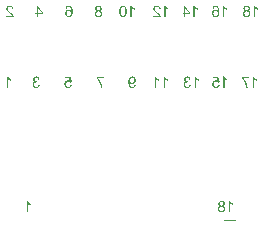
<source format=gbo>
G04*
G04 #@! TF.GenerationSoftware,Altium Limited,Altium Designer,23.9.2 (47)*
G04*
G04 Layer_Color=32896*
%FSLAX44Y44*%
%MOMM*%
G71*
G04*
G04 #@! TF.SameCoordinates,A97D38AF-4598-4E32-B0B2-6C7805A74480*
G04*
G04*
G04 #@! TF.FilePolarity,Positive*
G04*
G01*
G75*
%ADD11C,0.1000*%
G36*
X376640Y245859D02*
X376793Y245637D01*
X376973Y245415D01*
X377139Y245221D01*
X377306Y245055D01*
X377431Y244916D01*
X377486Y244874D01*
X377528Y244833D01*
X377542Y244819D01*
X377555Y244805D01*
X377847Y244569D01*
X378138Y244347D01*
X378415Y244153D01*
X378693Y244001D01*
X378928Y243862D01*
X379025Y243807D01*
X379109Y243765D01*
X379178Y243724D01*
X379234Y243710D01*
X379261Y243682D01*
X379275D01*
Y242545D01*
X379067Y242628D01*
X378859Y242725D01*
X378651Y242822D01*
X378457Y242919D01*
X378290Y243002D01*
X378152Y243072D01*
X378069Y243127D01*
X378055Y243141D01*
X378041D01*
X377791Y243293D01*
X377569Y243446D01*
X377375Y243585D01*
X377223Y243710D01*
X377084Y243807D01*
X377001Y243890D01*
X376931Y243945D01*
X376917Y243959D01*
Y236456D01*
X375739D01*
Y246095D01*
X376501D01*
X376640Y245859D01*
D02*
G37*
G36*
X369817Y246081D02*
X370039Y246067D01*
X370427Y245984D01*
X370607Y245928D01*
X370774Y245873D01*
X370926Y245804D01*
X371065Y245734D01*
X371176Y245665D01*
X371287Y245596D01*
X371384Y245540D01*
X371453Y245485D01*
X371509Y245443D01*
X371550Y245401D01*
X371578Y245388D01*
X371592Y245374D01*
X371717Y245235D01*
X371842Y245096D01*
X371939Y244944D01*
X372022Y244791D01*
X372161Y244500D01*
X372244Y244223D01*
X372299Y243987D01*
X372313Y243876D01*
X372327Y243793D01*
X372341Y243710D01*
Y243654D01*
Y243626D01*
Y243612D01*
X372327Y243363D01*
X372285Y243127D01*
X372230Y242919D01*
X372161Y242739D01*
X372105Y242600D01*
X372050Y242489D01*
X372008Y242434D01*
X371994Y242406D01*
X371842Y242239D01*
X371675Y242087D01*
X371495Y241948D01*
X371315Y241837D01*
X371148Y241754D01*
X371023Y241699D01*
X370968Y241671D01*
X370926Y241657D01*
X370913Y241643D01*
X370899D01*
X371218Y241546D01*
X371481Y241421D01*
X371717Y241269D01*
X371911Y241130D01*
X372063Y240991D01*
X372174Y240880D01*
X372230Y240811D01*
X372258Y240797D01*
Y240783D01*
X372410Y240534D01*
X372535Y240270D01*
X372618Y240021D01*
X372674Y239771D01*
X372701Y239549D01*
X372715Y239452D01*
Y239369D01*
X372729Y239313D01*
Y239258D01*
Y239230D01*
Y239216D01*
X372715Y238994D01*
X372688Y238772D01*
X372646Y238564D01*
X372590Y238356D01*
X372452Y238010D01*
X372383Y237843D01*
X372299Y237705D01*
X372216Y237566D01*
X372147Y237455D01*
X372063Y237358D01*
X372008Y237275D01*
X371953Y237205D01*
X371911Y237164D01*
X371883Y237136D01*
X371869Y237122D01*
X371703Y236970D01*
X371523Y236845D01*
X371329Y236734D01*
X371134Y236637D01*
X370954Y236567D01*
X370760Y236498D01*
X370386Y236401D01*
X370219Y236359D01*
X370066Y236332D01*
X369928Y236318D01*
X369803Y236304D01*
X369706Y236290D01*
X369567D01*
X369304Y236304D01*
X369068Y236332D01*
X368832Y236373D01*
X368610Y236415D01*
X368416Y236484D01*
X368222Y236553D01*
X368042Y236623D01*
X367889Y236706D01*
X367751Y236789D01*
X367626Y236859D01*
X367529Y236928D01*
X367431Y236997D01*
X367362Y237039D01*
X367321Y237080D01*
X367293Y237108D01*
X367279Y237122D01*
X367126Y237288D01*
X366988Y237455D01*
X366877Y237621D01*
X366780Y237802D01*
X366683Y237968D01*
X366613Y238148D01*
X366516Y238467D01*
X366475Y238620D01*
X366447Y238759D01*
X366433Y238883D01*
X366419Y238981D01*
X366405Y239064D01*
Y239133D01*
Y239175D01*
Y239188D01*
X366419Y239508D01*
X366475Y239799D01*
X366558Y240062D01*
X366641Y240284D01*
X366724Y240464D01*
X366807Y240603D01*
X366863Y240686D01*
X366877Y240700D01*
Y240714D01*
X367071Y240936D01*
X367279Y241130D01*
X367501Y241283D01*
X367709Y241421D01*
X367903Y241518D01*
X368069Y241588D01*
X368125Y241616D01*
X368167Y241629D01*
X368194Y241643D01*
X368208D01*
X367958Y241754D01*
X367751Y241879D01*
X367570Y242004D01*
X367418Y242129D01*
X367307Y242239D01*
X367224Y242323D01*
X367168Y242378D01*
X367154Y242406D01*
X367029Y242600D01*
X366946Y242794D01*
X366877Y242988D01*
X366835Y243183D01*
X366807Y243335D01*
X366794Y243460D01*
Y243543D01*
Y243557D01*
Y243571D01*
X366807Y243765D01*
X366821Y243945D01*
X366918Y244292D01*
X367043Y244597D01*
X367182Y244861D01*
X367321Y245069D01*
X367390Y245152D01*
X367445Y245235D01*
X367501Y245291D01*
X367542Y245332D01*
X367556Y245346D01*
X367570Y245360D01*
X367723Y245485D01*
X367875Y245610D01*
X368042Y245707D01*
X368208Y245790D01*
X368541Y245915D01*
X368874Y245998D01*
X369012Y246040D01*
X369151Y246053D01*
X369276Y246067D01*
X369387Y246081D01*
X369470Y246095D01*
X369595D01*
X369817Y246081D01*
D02*
G37*
G36*
X375640Y185693D02*
X375793Y185471D01*
X375973Y185249D01*
X376139Y185055D01*
X376306Y184888D01*
X376431Y184750D01*
X376486Y184708D01*
X376528Y184667D01*
X376542Y184653D01*
X376555Y184639D01*
X376847Y184403D01*
X377138Y184181D01*
X377415Y183987D01*
X377693Y183834D01*
X377928Y183696D01*
X378026Y183640D01*
X378109Y183599D01*
X378178Y183557D01*
X378233Y183543D01*
X378261Y183515D01*
X378275D01*
Y182378D01*
X378067Y182461D01*
X377859Y182559D01*
X377651Y182656D01*
X377457Y182753D01*
X377290Y182836D01*
X377152Y182905D01*
X377069Y182961D01*
X377055Y182975D01*
X377041D01*
X376791Y183127D01*
X376569Y183280D01*
X376375Y183418D01*
X376223Y183543D01*
X376084Y183640D01*
X376001Y183724D01*
X375931Y183779D01*
X375918Y183793D01*
Y176290D01*
X374739D01*
Y185929D01*
X375501D01*
X375640Y185693D01*
D02*
G37*
G36*
X371632Y184625D02*
X366931D01*
X367264Y184223D01*
X367583Y183793D01*
X367860Y183377D01*
X368123Y182975D01*
X368234Y182794D01*
X368331Y182628D01*
X368428Y182475D01*
X368498Y182351D01*
X368553Y182240D01*
X368595Y182170D01*
X368623Y182115D01*
X368637Y182101D01*
X368914Y181546D01*
X369164Y180991D01*
X369372Y180464D01*
X369455Y180229D01*
X369538Y179993D01*
X369621Y179785D01*
X369677Y179591D01*
X369732Y179424D01*
X369774Y179286D01*
X369815Y179161D01*
X369843Y179078D01*
X369857Y179022D01*
Y179008D01*
X369996Y178440D01*
X370051Y178162D01*
X370093Y177913D01*
X370134Y177677D01*
X370176Y177441D01*
X370204Y177247D01*
X370231Y177053D01*
X370245Y176886D01*
X370259Y176734D01*
X370273Y176595D01*
Y176484D01*
X370287Y176401D01*
Y176346D01*
Y176304D01*
Y176290D01*
X369080D01*
X369039Y176817D01*
X368969Y177302D01*
X368900Y177746D01*
X368858Y177954D01*
X368817Y178148D01*
X368789Y178315D01*
X368747Y178467D01*
X368720Y178606D01*
X368692Y178717D01*
X368664Y178800D01*
X368650Y178870D01*
X368637Y178911D01*
Y178925D01*
X368428Y179563D01*
X368207Y180159D01*
X368096Y180451D01*
X367985Y180728D01*
X367860Y180978D01*
X367749Y181227D01*
X367652Y181449D01*
X367555Y181643D01*
X367472Y181810D01*
X367402Y181962D01*
X367333Y182087D01*
X367291Y182170D01*
X367264Y182226D01*
X367250Y182240D01*
X367083Y182531D01*
X366917Y182822D01*
X366750Y183086D01*
X366584Y183335D01*
X366432Y183557D01*
X366279Y183779D01*
X366126Y183973D01*
X366002Y184140D01*
X365877Y184306D01*
X365766Y184445D01*
X365655Y184556D01*
X365572Y184653D01*
X365516Y184736D01*
X365461Y184791D01*
X365433Y184819D01*
X365419Y184833D01*
Y185762D01*
X371632D01*
Y184625D01*
D02*
G37*
G36*
X350640Y185859D02*
X350793Y185637D01*
X350973Y185415D01*
X351139Y185221D01*
X351306Y185055D01*
X351431Y184916D01*
X351486Y184875D01*
X351528Y184833D01*
X351542Y184819D01*
X351555Y184805D01*
X351847Y184569D01*
X352138Y184348D01*
X352415Y184153D01*
X352693Y184001D01*
X352928Y183862D01*
X353026Y183807D01*
X353109Y183765D01*
X353178Y183724D01*
X353233Y183710D01*
X353261Y183682D01*
X353275D01*
Y182545D01*
X353067Y182628D01*
X352859Y182725D01*
X352651Y182822D01*
X352457Y182919D01*
X352290Y183002D01*
X352152Y183072D01*
X352069Y183127D01*
X352055Y183141D01*
X352041D01*
X351791Y183294D01*
X351569Y183446D01*
X351375Y183585D01*
X351223Y183710D01*
X351084Y183807D01*
X351001Y183890D01*
X350931Y183945D01*
X350918Y183959D01*
Y176457D01*
X349739D01*
Y186095D01*
X350501D01*
X350640Y185859D01*
D02*
G37*
G36*
X346507Y180991D02*
X345398Y180839D01*
X345301Y180991D01*
X345176Y181116D01*
X345065Y181241D01*
X344954Y181338D01*
X344843Y181408D01*
X344760Y181477D01*
X344704Y181505D01*
X344691Y181518D01*
X344510Y181602D01*
X344330Y181671D01*
X344164Y181713D01*
X343997Y181754D01*
X343858Y181768D01*
X343747Y181782D01*
X343484D01*
X343318Y181754D01*
X343026Y181685D01*
X342777Y181588D01*
X342555Y181491D01*
X342388Y181380D01*
X342264Y181283D01*
X342194Y181213D01*
X342166Y181199D01*
Y181186D01*
X341972Y180950D01*
X341834Y180700D01*
X341737Y180437D01*
X341667Y180173D01*
X341626Y179951D01*
X341612Y179854D01*
Y179771D01*
X341598Y179702D01*
Y179646D01*
Y179618D01*
Y179605D01*
Y179410D01*
X341626Y179230D01*
X341695Y178883D01*
X341792Y178592D01*
X341889Y178356D01*
X342000Y178162D01*
X342097Y178010D01*
X342139Y177968D01*
X342166Y177927D01*
X342180Y177913D01*
X342194Y177899D01*
X342305Y177788D01*
X342416Y177691D01*
X342666Y177524D01*
X342901Y177413D01*
X343137Y177344D01*
X343331Y177289D01*
X343498Y177275D01*
X343553Y177261D01*
X343637D01*
X343900Y177275D01*
X344136Y177330D01*
X344344Y177400D01*
X344510Y177483D01*
X344663Y177566D01*
X344774Y177635D01*
X344829Y177691D01*
X344857Y177705D01*
X345023Y177899D01*
X345162Y178107D01*
X345273Y178343D01*
X345356Y178551D01*
X345412Y178759D01*
X345453Y178911D01*
X345467Y178981D01*
X345481Y179022D01*
Y179050D01*
Y179064D01*
X346715Y178967D01*
X346688Y178745D01*
X346646Y178537D01*
X346521Y178148D01*
X346369Y177816D01*
X346285Y177663D01*
X346202Y177538D01*
X346133Y177413D01*
X346050Y177302D01*
X345980Y177219D01*
X345911Y177150D01*
X345855Y177094D01*
X345828Y177039D01*
X345800Y177025D01*
X345786Y177011D01*
X345620Y176886D01*
X345453Y176775D01*
X345273Y176678D01*
X345093Y176595D01*
X344746Y176470D01*
X344399Y176387D01*
X344247Y176346D01*
X344094Y176332D01*
X343969Y176318D01*
X343858Y176304D01*
X343761Y176290D01*
X343637D01*
X343345Y176304D01*
X343068Y176346D01*
X342804Y176401D01*
X342569Y176470D01*
X342347Y176567D01*
X342139Y176665D01*
X341945Y176762D01*
X341778Y176873D01*
X341626Y176984D01*
X341487Y177080D01*
X341376Y177192D01*
X341279Y177275D01*
X341210Y177344D01*
X341154Y177400D01*
X341126Y177441D01*
X341113Y177455D01*
X340974Y177635D01*
X340863Y177829D01*
X340752Y178010D01*
X340669Y178204D01*
X340530Y178578D01*
X340447Y178939D01*
X340419Y179091D01*
X340391Y179244D01*
X340378Y179369D01*
X340364Y179480D01*
X340350Y179577D01*
Y179646D01*
Y179688D01*
Y179702D01*
X340364Y179951D01*
X340391Y180187D01*
X340433Y180423D01*
X340488Y180631D01*
X340558Y180825D01*
X340627Y181019D01*
X340710Y181186D01*
X340780Y181338D01*
X340863Y181477D01*
X340946Y181602D01*
X341015Y181699D01*
X341085Y181796D01*
X341140Y181865D01*
X341182Y181907D01*
X341210Y181935D01*
X341223Y181948D01*
X341390Y182101D01*
X341556Y182240D01*
X341737Y182351D01*
X341917Y182448D01*
X342097Y182545D01*
X342277Y182614D01*
X342610Y182711D01*
X342763Y182753D01*
X342901Y182780D01*
X343026Y182794D01*
X343137Y182808D01*
X343220Y182822D01*
X343526D01*
X343692Y182794D01*
X344025Y182725D01*
X344330Y182628D01*
X344607Y182517D01*
X344829Y182406D01*
X344926Y182351D01*
X345009Y182309D01*
X345079Y182267D01*
X345121Y182240D01*
X345148Y182226D01*
X345162Y182212D01*
X344649Y184805D01*
X340807D01*
Y185929D01*
X345578D01*
X346507Y180991D01*
D02*
G37*
G36*
X350365Y245859D02*
X350518Y245637D01*
X350698Y245415D01*
X350864Y245221D01*
X351031Y245055D01*
X351156Y244916D01*
X351211Y244874D01*
X351253Y244833D01*
X351267Y244819D01*
X351280Y244805D01*
X351572Y244569D01*
X351863Y244347D01*
X352140Y244153D01*
X352417Y244001D01*
X352653Y243862D01*
X352750Y243807D01*
X352834Y243765D01*
X352903Y243724D01*
X352958Y243710D01*
X352986Y243682D01*
X353000D01*
Y242545D01*
X352792Y242628D01*
X352584Y242725D01*
X352376Y242822D01*
X352182Y242919D01*
X352015Y243002D01*
X351877Y243072D01*
X351794Y243127D01*
X351780Y243141D01*
X351766D01*
X351516Y243293D01*
X351294Y243446D01*
X351100Y243585D01*
X350947Y243710D01*
X350809Y243807D01*
X350726Y243890D01*
X350656Y243945D01*
X350642Y243959D01*
Y236456D01*
X349464D01*
Y246095D01*
X350226D01*
X350365Y245859D01*
D02*
G37*
G36*
X343320Y246081D02*
X343583Y246053D01*
X343833Y245998D01*
X344069Y245928D01*
X344277Y245832D01*
X344485Y245748D01*
X344665Y245637D01*
X344832Y245540D01*
X344970Y245443D01*
X345109Y245332D01*
X345220Y245249D01*
X345303Y245166D01*
X345372Y245083D01*
X345428Y245027D01*
X345456Y244999D01*
X345470Y244986D01*
X345650Y244736D01*
X345802Y244445D01*
X345941Y244139D01*
X346066Y243820D01*
X346163Y243488D01*
X346246Y243155D01*
X346315Y242808D01*
X346371Y242489D01*
X346413Y242170D01*
X346440Y241879D01*
X346468Y241616D01*
X346482Y241394D01*
Y241199D01*
X346496Y241061D01*
Y241005D01*
Y240964D01*
Y240950D01*
Y240936D01*
X346482Y240492D01*
X346454Y240076D01*
X346413Y239688D01*
X346343Y239327D01*
X346274Y239008D01*
X346204Y238717D01*
X346121Y238454D01*
X346024Y238218D01*
X345941Y238024D01*
X345858Y237843D01*
X345788Y237705D01*
X345705Y237580D01*
X345650Y237483D01*
X345608Y237427D01*
X345580Y237386D01*
X345566Y237372D01*
X345386Y237178D01*
X345192Y237011D01*
X344998Y236873D01*
X344804Y236748D01*
X344596Y236637D01*
X344402Y236553D01*
X344207Y236484D01*
X344013Y236429D01*
X343847Y236387D01*
X343680Y236346D01*
X343542Y236318D01*
X343417Y236304D01*
X343306D01*
X343237Y236290D01*
X343167D01*
X342848Y236304D01*
X342557Y236359D01*
X342294Y236415D01*
X342058Y236498D01*
X341878Y236567D01*
X341739Y236637D01*
X341683Y236651D01*
X341642Y236678D01*
X341628Y236692D01*
X341614D01*
X341378Y236859D01*
X341156Y237053D01*
X340976Y237247D01*
X340824Y237441D01*
X340699Y237621D01*
X340616Y237760D01*
X340588Y237815D01*
X340560Y237857D01*
X340546Y237871D01*
Y237885D01*
X340407Y238176D01*
X340310Y238481D01*
X340241Y238759D01*
X340200Y239022D01*
X340158Y239244D01*
Y239327D01*
X340144Y239410D01*
Y239480D01*
Y239521D01*
Y239549D01*
Y239563D01*
X340158Y239813D01*
X340186Y240048D01*
X340227Y240284D01*
X340269Y240492D01*
X340338Y240686D01*
X340407Y240880D01*
X340477Y241047D01*
X340560Y241199D01*
X340643Y241338D01*
X340713Y241463D01*
X340782Y241560D01*
X340851Y241657D01*
X340893Y241726D01*
X340934Y241768D01*
X340962Y241796D01*
X340976Y241810D01*
X341129Y241962D01*
X341295Y242101D01*
X341475Y242212D01*
X341642Y242309D01*
X341808Y242406D01*
X341975Y242475D01*
X342294Y242572D01*
X342432Y242614D01*
X342571Y242642D01*
X342682Y242656D01*
X342793Y242670D01*
X342876Y242683D01*
X342987D01*
X343237Y242670D01*
X343472Y242628D01*
X343694Y242586D01*
X343889Y242531D01*
X344055Y242461D01*
X344180Y242420D01*
X344263Y242378D01*
X344277Y242364D01*
X344291D01*
X344512Y242226D01*
X344707Y242073D01*
X344887Y241921D01*
X345026Y241754D01*
X345150Y241616D01*
X345248Y241504D01*
X345303Y241421D01*
X345317Y241407D01*
Y241657D01*
X345303Y241907D01*
X345289Y242129D01*
X345261Y242351D01*
X345248Y242545D01*
X345220Y242725D01*
X345192Y242891D01*
X345150Y243044D01*
X345123Y243183D01*
X345095Y243293D01*
X345067Y243391D01*
X345053Y243474D01*
X345026Y243529D01*
X345012Y243571D01*
X344998Y243599D01*
Y243612D01*
X344859Y243890D01*
X344721Y244139D01*
X344568Y244334D01*
X344429Y244500D01*
X344305Y244639D01*
X344207Y244736D01*
X344138Y244791D01*
X344110Y244805D01*
X343944Y244916D01*
X343778Y244986D01*
X343611Y245041D01*
X343445Y245083D01*
X343320Y245110D01*
X343209Y245124D01*
X343112D01*
X342862Y245096D01*
X342626Y245041D01*
X342432Y244958D01*
X342252Y244874D01*
X342113Y244778D01*
X342016Y244694D01*
X341961Y244639D01*
X341933Y244611D01*
X341836Y244486D01*
X341739Y244334D01*
X341656Y244167D01*
X341600Y244001D01*
X341545Y243848D01*
X341503Y243724D01*
X341489Y243640D01*
X341475Y243626D01*
Y243612D01*
X340297Y243710D01*
X340380Y244098D01*
X340505Y244445D01*
X340643Y244750D01*
X340796Y244999D01*
X340948Y245194D01*
X341004Y245277D01*
X341073Y245346D01*
X341115Y245388D01*
X341156Y245429D01*
X341170Y245443D01*
X341184Y245457D01*
X341323Y245568D01*
X341475Y245665D01*
X341781Y245832D01*
X342086Y245942D01*
X342377Y246012D01*
X342640Y246067D01*
X342751Y246081D01*
X342848D01*
X342932Y246095D01*
X343042D01*
X343320Y246081D01*
D02*
G37*
G36*
X325365Y245859D02*
X325518Y245637D01*
X325698Y245415D01*
X325864Y245221D01*
X326031Y245055D01*
X326156Y244916D01*
X326211Y244874D01*
X326253Y244833D01*
X326267Y244819D01*
X326280Y244805D01*
X326572Y244569D01*
X326863Y244347D01*
X327140Y244153D01*
X327417Y244001D01*
X327653Y243862D01*
X327750Y243807D01*
X327834Y243765D01*
X327903Y243724D01*
X327958Y243710D01*
X327986Y243682D01*
X328000D01*
Y242545D01*
X327792Y242628D01*
X327584Y242725D01*
X327376Y242822D01*
X327182Y242919D01*
X327015Y243002D01*
X326877Y243072D01*
X326794Y243127D01*
X326780Y243141D01*
X326766D01*
X326516Y243293D01*
X326294Y243446D01*
X326100Y243585D01*
X325947Y243710D01*
X325809Y243807D01*
X325726Y243890D01*
X325656Y243945D01*
X325642Y243959D01*
Y236456D01*
X324464D01*
Y246095D01*
X325226D01*
X325365Y245859D01*
D02*
G37*
G36*
X321842Y239840D02*
Y238759D01*
X317668D01*
Y236456D01*
X316489D01*
Y238759D01*
X315186D01*
Y239840D01*
X316489D01*
Y246053D01*
X317446D01*
X321842Y239840D01*
D02*
G37*
G36*
X219139Y246081D02*
X219403Y246053D01*
X219652Y245998D01*
X219888Y245928D01*
X220096Y245832D01*
X220304Y245748D01*
X220484Y245637D01*
X220651Y245540D01*
X220790Y245443D01*
X220928Y245332D01*
X221039Y245249D01*
X221122Y245166D01*
X221192Y245083D01*
X221247Y245027D01*
X221275Y244999D01*
X221289Y244986D01*
X221469Y244736D01*
X221622Y244445D01*
X221760Y244139D01*
X221885Y243820D01*
X221982Y243488D01*
X222065Y243155D01*
X222135Y242808D01*
X222190Y242489D01*
X222232Y242170D01*
X222260Y241879D01*
X222287Y241616D01*
X222301Y241394D01*
Y241199D01*
X222315Y241061D01*
Y241005D01*
Y240964D01*
Y240950D01*
Y240936D01*
X222301Y240492D01*
X222274Y240076D01*
X222232Y239688D01*
X222162Y239327D01*
X222093Y239008D01*
X222024Y238717D01*
X221941Y238454D01*
X221843Y238218D01*
X221760Y238024D01*
X221677Y237843D01*
X221608Y237705D01*
X221525Y237580D01*
X221469Y237483D01*
X221427Y237427D01*
X221400Y237386D01*
X221386Y237372D01*
X221206Y237178D01*
X221011Y237011D01*
X220817Y236873D01*
X220623Y236748D01*
X220415Y236637D01*
X220221Y236553D01*
X220027Y236484D01*
X219833Y236429D01*
X219666Y236387D01*
X219500Y236346D01*
X219361Y236318D01*
X219236Y236304D01*
X219125D01*
X219056Y236290D01*
X218987D01*
X218668Y236304D01*
X218376Y236359D01*
X218113Y236415D01*
X217877Y236498D01*
X217697Y236567D01*
X217558Y236637D01*
X217503Y236651D01*
X217461Y236678D01*
X217447Y236692D01*
X217433D01*
X217198Y236859D01*
X216976Y237053D01*
X216796Y237247D01*
X216643Y237441D01*
X216518Y237621D01*
X216435Y237760D01*
X216407Y237815D01*
X216379Y237857D01*
X216366Y237871D01*
Y237885D01*
X216227Y238176D01*
X216130Y238481D01*
X216060Y238759D01*
X216019Y239022D01*
X215977Y239244D01*
Y239327D01*
X215963Y239410D01*
Y239480D01*
Y239521D01*
Y239549D01*
Y239563D01*
X215977Y239813D01*
X216005Y240048D01*
X216047Y240284D01*
X216088Y240492D01*
X216157Y240686D01*
X216227Y240880D01*
X216296Y241047D01*
X216379Y241199D01*
X216463Y241338D01*
X216532Y241463D01*
X216601Y241560D01*
X216671Y241657D01*
X216712Y241726D01*
X216754Y241768D01*
X216782Y241796D01*
X216796Y241810D01*
X216948Y241962D01*
X217114Y242101D01*
X217295Y242212D01*
X217461Y242309D01*
X217628Y242406D01*
X217794Y242475D01*
X218113Y242572D01*
X218252Y242614D01*
X218390Y242642D01*
X218501Y242656D01*
X218612Y242670D01*
X218695Y242683D01*
X218806D01*
X219056Y242670D01*
X219292Y242628D01*
X219514Y242586D01*
X219708Y242531D01*
X219874Y242461D01*
X219999Y242420D01*
X220082Y242378D01*
X220096Y242364D01*
X220110D01*
X220332Y242226D01*
X220526Y242073D01*
X220706Y241921D01*
X220845Y241754D01*
X220970Y241616D01*
X221067Y241504D01*
X221122Y241421D01*
X221136Y241407D01*
Y241657D01*
X221122Y241907D01*
X221108Y242129D01*
X221081Y242351D01*
X221067Y242545D01*
X221039Y242725D01*
X221011Y242891D01*
X220970Y243044D01*
X220942Y243183D01*
X220914Y243293D01*
X220887Y243391D01*
X220873Y243474D01*
X220845Y243529D01*
X220831Y243571D01*
X220817Y243599D01*
Y243612D01*
X220679Y243890D01*
X220540Y244139D01*
X220387Y244334D01*
X220249Y244500D01*
X220124Y244639D01*
X220027Y244736D01*
X219957Y244791D01*
X219930Y244805D01*
X219763Y244916D01*
X219597Y244986D01*
X219430Y245041D01*
X219264Y245083D01*
X219139Y245110D01*
X219028Y245124D01*
X218931D01*
X218682Y245096D01*
X218446Y245041D01*
X218252Y244958D01*
X218071Y244874D01*
X217933Y244778D01*
X217836Y244694D01*
X217780Y244639D01*
X217752Y244611D01*
X217655Y244486D01*
X217558Y244334D01*
X217475Y244167D01*
X217419Y244001D01*
X217364Y243848D01*
X217323Y243724D01*
X217309Y243640D01*
X217295Y243626D01*
Y243612D01*
X216116Y243710D01*
X216199Y244098D01*
X216324Y244445D01*
X216463Y244750D01*
X216615Y244999D01*
X216768Y245194D01*
X216823Y245277D01*
X216893Y245346D01*
X216934Y245388D01*
X216976Y245429D01*
X216990Y245443D01*
X217003Y245457D01*
X217142Y245568D01*
X217295Y245665D01*
X217600Y245832D01*
X217905Y245942D01*
X218196Y246012D01*
X218460Y246067D01*
X218571Y246081D01*
X218668D01*
X218751Y246095D01*
X218862D01*
X219139Y246081D01*
D02*
G37*
G36*
X169270D02*
X169506Y246067D01*
X169727Y246026D01*
X169935Y245984D01*
X170130Y245928D01*
X170310Y245873D01*
X170476Y245804D01*
X170629Y245734D01*
X170767Y245665D01*
X170878Y245596D01*
X170975Y245540D01*
X171059Y245485D01*
X171128Y245443D01*
X171170Y245401D01*
X171197Y245388D01*
X171211Y245374D01*
X171350Y245235D01*
X171475Y245083D01*
X171600Y244916D01*
X171697Y244750D01*
X171863Y244417D01*
X171974Y244084D01*
X172016Y243932D01*
X172057Y243779D01*
X172085Y243654D01*
X172113Y243543D01*
X172127Y243446D01*
Y243377D01*
X172140Y243335D01*
Y243321D01*
X170934Y243197D01*
X170906Y243515D01*
X170851Y243793D01*
X170767Y244042D01*
X170670Y244237D01*
X170587Y244403D01*
X170504Y244514D01*
X170448Y244583D01*
X170421Y244611D01*
X170213Y244778D01*
X169991Y244902D01*
X169755Y244999D01*
X169547Y245055D01*
X169353Y245096D01*
X169186Y245110D01*
X169131Y245124D01*
X169048D01*
X168757Y245110D01*
X168493Y245055D01*
X168271Y244972D01*
X168077Y244888D01*
X167924Y244791D01*
X167827Y244722D01*
X167758Y244667D01*
X167730Y244639D01*
X167564Y244445D01*
X167439Y244251D01*
X167342Y244056D01*
X167286Y243862D01*
X167245Y243710D01*
X167231Y243571D01*
X167217Y243488D01*
Y243474D01*
Y243460D01*
X167245Y243210D01*
X167300Y242947D01*
X167397Y242711D01*
X167495Y242489D01*
X167605Y242309D01*
X167703Y242156D01*
X167730Y242101D01*
X167758Y242059D01*
X167786Y242045D01*
Y242031D01*
X167897Y241879D01*
X168035Y241726D01*
X168188Y241560D01*
X168354Y241394D01*
X168701Y241061D01*
X169048Y240728D01*
X169228Y240575D01*
X169381Y240437D01*
X169533Y240312D01*
X169658Y240201D01*
X169755Y240118D01*
X169838Y240048D01*
X169894Y240007D01*
X169908Y239993D01*
X170254Y239702D01*
X170573Y239424D01*
X170837Y239175D01*
X171045Y238967D01*
X171225Y238786D01*
X171350Y238661D01*
X171419Y238578D01*
X171447Y238564D01*
Y238551D01*
X171641Y238315D01*
X171794Y238093D01*
X171932Y237871D01*
X172043Y237677D01*
X172127Y237510D01*
X172182Y237386D01*
X172210Y237302D01*
X172224Y237288D01*
Y237275D01*
X172279Y237122D01*
X172307Y236983D01*
X172335Y236845D01*
X172348Y236720D01*
X172362Y236609D01*
Y236526D01*
Y236470D01*
Y236456D01*
X165997D01*
Y237594D01*
X170726D01*
X170560Y237829D01*
X170476Y237927D01*
X170407Y238024D01*
X170338Y238107D01*
X170282Y238162D01*
X170240Y238204D01*
X170227Y238218D01*
X170157Y238287D01*
X170074Y238356D01*
X169880Y238537D01*
X169658Y238745D01*
X169422Y238953D01*
X169200Y239133D01*
X169103Y239216D01*
X169020Y239299D01*
X168951Y239355D01*
X168895Y239396D01*
X168867Y239424D01*
X168854Y239438D01*
X168632Y239632D01*
X168410Y239813D01*
X168216Y239993D01*
X168035Y240145D01*
X167869Y240298D01*
X167730Y240437D01*
X167592Y240562D01*
X167481Y240672D01*
X167370Y240783D01*
X167286Y240867D01*
X167217Y240936D01*
X167148Y241005D01*
X167078Y241089D01*
X167051Y241116D01*
X166857Y241352D01*
X166690Y241560D01*
X166551Y241768D01*
X166441Y241934D01*
X166357Y242087D01*
X166302Y242198D01*
X166274Y242267D01*
X166260Y242295D01*
X166177Y242503D01*
X166122Y242711D01*
X166066Y242905D01*
X166038Y243072D01*
X166024Y243224D01*
X166011Y243335D01*
Y243405D01*
Y243432D01*
X166024Y243640D01*
X166052Y243834D01*
X166080Y244029D01*
X166135Y244195D01*
X166274Y244528D01*
X166413Y244791D01*
X166496Y244916D01*
X166565Y245013D01*
X166635Y245110D01*
X166704Y245180D01*
X166759Y245235D01*
X166787Y245291D01*
X166815Y245305D01*
X166829Y245318D01*
X166981Y245457D01*
X167148Y245582D01*
X167328Y245679D01*
X167508Y245762D01*
X167869Y245901D01*
X168230Y245998D01*
X168382Y246026D01*
X168535Y246053D01*
X168673Y246067D01*
X168784Y246081D01*
X168881Y246095D01*
X169020D01*
X169270Y246081D01*
D02*
G37*
G36*
X197193Y239882D02*
Y238800D01*
X193019D01*
Y236498D01*
X191840D01*
Y238800D01*
X190537D01*
Y239882D01*
X191840D01*
Y246095D01*
X192797D01*
X197193Y239882D01*
D02*
G37*
G36*
X293743Y246081D02*
X293978Y246067D01*
X294200Y246026D01*
X294408Y245984D01*
X294602Y245928D01*
X294783Y245873D01*
X294949Y245804D01*
X295102Y245734D01*
X295240Y245665D01*
X295351Y245596D01*
X295448Y245540D01*
X295532Y245485D01*
X295601Y245443D01*
X295643Y245401D01*
X295670Y245388D01*
X295684Y245374D01*
X295823Y245235D01*
X295948Y245083D01*
X296073Y244916D01*
X296170Y244750D01*
X296336Y244417D01*
X296447Y244084D01*
X296488Y243932D01*
X296530Y243779D01*
X296558Y243654D01*
X296586Y243543D01*
X296600Y243446D01*
Y243377D01*
X296613Y243335D01*
Y243321D01*
X295407Y243197D01*
X295379Y243515D01*
X295324Y243793D01*
X295240Y244042D01*
X295143Y244237D01*
X295060Y244403D01*
X294977Y244514D01*
X294921Y244583D01*
X294894Y244611D01*
X294686Y244778D01*
X294464Y244902D01*
X294228Y244999D01*
X294020Y245055D01*
X293826Y245096D01*
X293659Y245110D01*
X293604Y245124D01*
X293521D01*
X293230Y245110D01*
X292966Y245055D01*
X292744Y244972D01*
X292550Y244888D01*
X292397Y244791D01*
X292300Y244722D01*
X292231Y244667D01*
X292203Y244639D01*
X292037Y244445D01*
X291912Y244251D01*
X291815Y244056D01*
X291759Y243862D01*
X291718Y243710D01*
X291704Y243571D01*
X291690Y243488D01*
Y243474D01*
Y243460D01*
X291718Y243210D01*
X291773Y242947D01*
X291870Y242711D01*
X291967Y242489D01*
X292078Y242309D01*
X292176Y242156D01*
X292203Y242101D01*
X292231Y242059D01*
X292259Y242045D01*
Y242031D01*
X292370Y241879D01*
X292508Y241726D01*
X292661Y241560D01*
X292827Y241394D01*
X293174Y241061D01*
X293521Y240728D01*
X293701Y240575D01*
X293853Y240437D01*
X294006Y240312D01*
X294131Y240201D01*
X294228Y240118D01*
X294311Y240048D01*
X294367Y240007D01*
X294380Y239993D01*
X294727Y239702D01*
X295046Y239424D01*
X295310Y239175D01*
X295518Y238967D01*
X295698Y238786D01*
X295823Y238661D01*
X295892Y238578D01*
X295920Y238564D01*
Y238551D01*
X296114Y238315D01*
X296267Y238093D01*
X296405Y237871D01*
X296516Y237677D01*
X296600Y237510D01*
X296655Y237386D01*
X296683Y237302D01*
X296697Y237288D01*
Y237275D01*
X296752Y237122D01*
X296780Y236983D01*
X296807Y236845D01*
X296821Y236720D01*
X296835Y236609D01*
Y236526D01*
Y236470D01*
Y236456D01*
X290470D01*
Y237594D01*
X295199D01*
X295032Y237829D01*
X294949Y237927D01*
X294880Y238024D01*
X294811Y238107D01*
X294755Y238162D01*
X294713Y238204D01*
X294699Y238218D01*
X294630Y238287D01*
X294547Y238356D01*
X294353Y238537D01*
X294131Y238745D01*
X293895Y238953D01*
X293673Y239133D01*
X293576Y239216D01*
X293493Y239299D01*
X293424Y239355D01*
X293368Y239396D01*
X293340Y239424D01*
X293326Y239438D01*
X293105Y239632D01*
X292883Y239813D01*
X292689Y239993D01*
X292508Y240145D01*
X292342Y240298D01*
X292203Y240437D01*
X292064Y240562D01*
X291954Y240672D01*
X291843Y240783D01*
X291759Y240867D01*
X291690Y240936D01*
X291621Y241005D01*
X291551Y241089D01*
X291524Y241116D01*
X291329Y241352D01*
X291163Y241560D01*
X291024Y241768D01*
X290913Y241934D01*
X290830Y242087D01*
X290775Y242198D01*
X290747Y242267D01*
X290733Y242295D01*
X290650Y242503D01*
X290595Y242711D01*
X290539Y242905D01*
X290511Y243072D01*
X290497Y243224D01*
X290483Y243335D01*
Y243405D01*
Y243432D01*
X290497Y243640D01*
X290525Y243834D01*
X290553Y244029D01*
X290608Y244195D01*
X290747Y244528D01*
X290886Y244791D01*
X290969Y244916D01*
X291038Y245013D01*
X291108Y245110D01*
X291177Y245180D01*
X291232Y245235D01*
X291260Y245291D01*
X291288Y245305D01*
X291302Y245318D01*
X291454Y245457D01*
X291621Y245582D01*
X291801Y245679D01*
X291981Y245762D01*
X292342Y245901D01*
X292703Y245998D01*
X292855Y246026D01*
X293008Y246053D01*
X293146Y246067D01*
X293257Y246081D01*
X293354Y246095D01*
X293493D01*
X293743Y246081D01*
D02*
G37*
G36*
X300594Y245859D02*
X300746Y245637D01*
X300926Y245415D01*
X301093Y245221D01*
X301259Y245055D01*
X301384Y244916D01*
X301440Y244874D01*
X301481Y244833D01*
X301495Y244819D01*
X301509Y244805D01*
X301800Y244569D01*
X302091Y244347D01*
X302369Y244153D01*
X302646Y244001D01*
X302882Y243862D01*
X302979Y243807D01*
X303062Y243765D01*
X303132Y243724D01*
X303187Y243710D01*
X303215Y243682D01*
X303229D01*
Y242545D01*
X303021Y242628D01*
X302812Y242725D01*
X302605Y242822D01*
X302410Y242919D01*
X302244Y243002D01*
X302105Y243072D01*
X302022Y243127D01*
X302008Y243141D01*
X301994D01*
X301745Y243293D01*
X301523Y243446D01*
X301329Y243585D01*
X301176Y243710D01*
X301037Y243807D01*
X300954Y243890D01*
X300885Y243945D01*
X300871Y243959D01*
Y236456D01*
X299692D01*
Y246095D01*
X300455D01*
X300594Y245859D01*
D02*
G37*
G36*
X271901D02*
X272054Y245637D01*
X272234Y245415D01*
X272400Y245221D01*
X272567Y245055D01*
X272691Y244916D01*
X272747Y244874D01*
X272789Y244833D01*
X272802Y244819D01*
X272816Y244805D01*
X273107Y244569D01*
X273399Y244347D01*
X273676Y244153D01*
X273953Y244001D01*
X274189Y243862D01*
X274286Y243807D01*
X274370Y243765D01*
X274439Y243724D01*
X274494Y243710D01*
X274522Y243682D01*
X274536D01*
Y242545D01*
X274328Y242628D01*
X274120Y242725D01*
X273912Y242822D01*
X273718Y242919D01*
X273551Y243002D01*
X273413Y243072D01*
X273329Y243127D01*
X273316Y243141D01*
X273302D01*
X273052Y243293D01*
X272830Y243446D01*
X272636Y243585D01*
X272484Y243710D01*
X272345Y243807D01*
X272262Y243890D01*
X272192Y243945D01*
X272178Y243959D01*
Y236456D01*
X271000D01*
Y246095D01*
X271762D01*
X271901Y245859D01*
D02*
G37*
G36*
X265216Y246067D02*
X265563Y246012D01*
X265854Y245915D01*
X266104Y245818D01*
X266312Y245707D01*
X266395Y245665D01*
X266465Y245610D01*
X266520Y245582D01*
X266562Y245554D01*
X266576Y245526D01*
X266589D01*
X266839Y245305D01*
X267047Y245041D01*
X267227Y244778D01*
X267366Y244528D01*
X267477Y244292D01*
X267532Y244195D01*
X267560Y244098D01*
X267588Y244029D01*
X267616Y243973D01*
X267630Y243945D01*
Y243932D01*
X267685Y243724D01*
X267740Y243515D01*
X267824Y243058D01*
X267893Y242600D01*
X267935Y242170D01*
X267948Y241962D01*
X267962Y241782D01*
Y241616D01*
X267976Y241463D01*
Y241352D01*
Y241255D01*
Y241199D01*
Y241185D01*
X267962Y240700D01*
X267935Y240243D01*
X267893Y239826D01*
X267824Y239438D01*
X267754Y239078D01*
X267671Y238759D01*
X267588Y238467D01*
X267505Y238218D01*
X267421Y237996D01*
X267324Y237802D01*
X267255Y237635D01*
X267186Y237510D01*
X267116Y237400D01*
X267075Y237330D01*
X267047Y237288D01*
X267033Y237275D01*
X266881Y237108D01*
X266714Y236956D01*
X266534Y236817D01*
X266354Y236706D01*
X266173Y236609D01*
X265993Y236526D01*
X265813Y236470D01*
X265646Y236415D01*
X265480Y236373D01*
X265327Y236346D01*
X265189Y236318D01*
X265078Y236304D01*
X264981Y236290D01*
X264842D01*
X264468Y236318D01*
X264121Y236373D01*
X263830Y236470D01*
X263580Y236567D01*
X263372Y236664D01*
X263303Y236720D01*
X263233Y236761D01*
X263178Y236789D01*
X263136Y236817D01*
X263122Y236845D01*
X263108D01*
X262859Y237080D01*
X262651Y237330D01*
X262470Y237607D01*
X262332Y237857D01*
X262221Y238093D01*
X262165Y238190D01*
X262138Y238287D01*
X262110Y238356D01*
X262082Y238412D01*
X262068Y238440D01*
Y238454D01*
X261999Y238661D01*
X261943Y238869D01*
X261860Y239313D01*
X261791Y239771D01*
X261749Y240215D01*
X261735Y240409D01*
X261722Y240589D01*
Y240756D01*
X261708Y240908D01*
Y241019D01*
Y241116D01*
Y241172D01*
Y241185D01*
Y241449D01*
X261722Y241699D01*
Y241921D01*
X261735Y242143D01*
X261763Y242337D01*
X261777Y242531D01*
X261791Y242697D01*
X261819Y242850D01*
X261833Y242988D01*
X261860Y243113D01*
X261874Y243210D01*
X261888Y243293D01*
X261902Y243363D01*
X261916Y243405D01*
X261930Y243432D01*
Y243446D01*
X262013Y243751D01*
X262110Y244029D01*
X262221Y244264D01*
X262304Y244472D01*
X262401Y244653D01*
X262457Y244778D01*
X262512Y244847D01*
X262526Y244874D01*
X262679Y245083D01*
X262831Y245263D01*
X262997Y245415D01*
X263150Y245554D01*
X263289Y245651D01*
X263400Y245721D01*
X263469Y245762D01*
X263483Y245776D01*
X263497D01*
X263719Y245887D01*
X263954Y245956D01*
X264176Y246012D01*
X264384Y246053D01*
X264565Y246081D01*
X264717Y246095D01*
X264842D01*
X265216Y246067D01*
D02*
G37*
G36*
X244224Y246081D02*
X244446Y246067D01*
X244835Y245984D01*
X245015Y245928D01*
X245181Y245873D01*
X245334Y245804D01*
X245473Y245734D01*
X245583Y245665D01*
X245695Y245596D01*
X245792Y245540D01*
X245861Y245485D01*
X245916Y245443D01*
X245958Y245401D01*
X245986Y245388D01*
X246000Y245374D01*
X246124Y245235D01*
X246249Y245096D01*
X246346Y244944D01*
X246430Y244791D01*
X246568Y244500D01*
X246651Y244223D01*
X246707Y243987D01*
X246721Y243876D01*
X246735Y243793D01*
X246749Y243710D01*
Y243654D01*
Y243626D01*
Y243612D01*
X246735Y243363D01*
X246693Y243127D01*
X246637Y242919D01*
X246568Y242739D01*
X246513Y242600D01*
X246457Y242489D01*
X246416Y242434D01*
X246402Y242406D01*
X246249Y242239D01*
X246083Y242087D01*
X245903Y241948D01*
X245722Y241837D01*
X245556Y241754D01*
X245431Y241699D01*
X245375Y241671D01*
X245334Y241657D01*
X245320Y241643D01*
X245306D01*
X245625Y241546D01*
X245889Y241421D01*
X246124Y241269D01*
X246319Y241130D01*
X246471Y240991D01*
X246582Y240880D01*
X246637Y240811D01*
X246665Y240797D01*
Y240783D01*
X246818Y240534D01*
X246943Y240270D01*
X247026Y240021D01*
X247081Y239771D01*
X247109Y239549D01*
X247123Y239452D01*
Y239369D01*
X247137Y239313D01*
Y239258D01*
Y239230D01*
Y239216D01*
X247123Y238994D01*
X247095Y238772D01*
X247054Y238564D01*
X246998Y238356D01*
X246859Y238010D01*
X246790Y237843D01*
X246707Y237705D01*
X246624Y237566D01*
X246554Y237455D01*
X246471Y237358D01*
X246416Y237275D01*
X246360Y237205D01*
X246319Y237164D01*
X246291Y237136D01*
X246277Y237122D01*
X246110Y236970D01*
X245930Y236845D01*
X245736Y236734D01*
X245542Y236637D01*
X245362Y236567D01*
X245168Y236498D01*
X244793Y236401D01*
X244627Y236359D01*
X244474Y236332D01*
X244335Y236318D01*
X244211Y236304D01*
X244114Y236290D01*
X243975D01*
X243711Y236304D01*
X243475Y236332D01*
X243240Y236373D01*
X243018Y236415D01*
X242824Y236484D01*
X242630Y236553D01*
X242449Y236623D01*
X242297Y236706D01*
X242158Y236789D01*
X242033Y236859D01*
X241936Y236928D01*
X241839Y236997D01*
X241770Y237039D01*
X241728Y237080D01*
X241700Y237108D01*
X241686Y237122D01*
X241534Y237288D01*
X241395Y237455D01*
X241284Y237621D01*
X241187Y237802D01*
X241090Y237968D01*
X241021Y238148D01*
X240924Y238467D01*
X240882Y238620D01*
X240854Y238759D01*
X240840Y238883D01*
X240827Y238981D01*
X240813Y239064D01*
Y239133D01*
Y239175D01*
Y239188D01*
X240827Y239508D01*
X240882Y239799D01*
X240965Y240062D01*
X241049Y240284D01*
X241132Y240464D01*
X241215Y240603D01*
X241271Y240686D01*
X241284Y240700D01*
Y240714D01*
X241479Y240936D01*
X241686Y241130D01*
X241908Y241283D01*
X242116Y241421D01*
X242311Y241518D01*
X242477Y241588D01*
X242533Y241616D01*
X242574Y241629D01*
X242602Y241643D01*
X242616D01*
X242366Y241754D01*
X242158Y241879D01*
X241978Y242004D01*
X241825Y242129D01*
X241714Y242239D01*
X241631Y242323D01*
X241576Y242378D01*
X241562Y242406D01*
X241437Y242600D01*
X241354Y242794D01*
X241284Y242988D01*
X241243Y243183D01*
X241215Y243335D01*
X241201Y243460D01*
Y243543D01*
Y243557D01*
Y243571D01*
X241215Y243765D01*
X241229Y243945D01*
X241326Y244292D01*
X241451Y244597D01*
X241589Y244861D01*
X241728Y245069D01*
X241798Y245152D01*
X241853Y245235D01*
X241908Y245291D01*
X241950Y245332D01*
X241964Y245346D01*
X241978Y245360D01*
X242130Y245485D01*
X242283Y245610D01*
X242449Y245707D01*
X242616Y245790D01*
X242948Y245915D01*
X243281Y245998D01*
X243420Y246040D01*
X243559Y246053D01*
X243684Y246067D01*
X243794Y246081D01*
X243878Y246095D01*
X244002D01*
X244224Y246081D01*
D02*
G37*
G36*
X272854Y186081D02*
X273076Y186053D01*
X273298Y186012D01*
X273493Y185956D01*
X273867Y185804D01*
X274033Y185734D01*
X274172Y185651D01*
X274311Y185554D01*
X274422Y185485D01*
X274533Y185402D01*
X274616Y185332D01*
X274685Y185277D01*
X274727Y185235D01*
X274755Y185207D01*
X274768Y185194D01*
X274921Y185027D01*
X275046Y184833D01*
X275171Y184653D01*
X275268Y184459D01*
X275351Y184251D01*
X275420Y184056D01*
X275517Y183696D01*
X275559Y183515D01*
X275587Y183363D01*
X275600Y183210D01*
X275614Y183086D01*
X275628Y182988D01*
Y182919D01*
Y182864D01*
Y182850D01*
X275614Y182586D01*
X275587Y182351D01*
X275559Y182115D01*
X275503Y181893D01*
X275434Y181699D01*
X275365Y181505D01*
X275295Y181338D01*
X275212Y181186D01*
X275143Y181047D01*
X275074Y180922D01*
X275004Y180825D01*
X274935Y180728D01*
X274879Y180659D01*
X274852Y180617D01*
X274824Y180589D01*
X274810Y180575D01*
X274657Y180423D01*
X274491Y180298D01*
X274325Y180173D01*
X274144Y180076D01*
X273978Y179993D01*
X273811Y179924D01*
X273493Y179827D01*
X273354Y179785D01*
X273215Y179757D01*
X273104Y179743D01*
X272993Y179729D01*
X272910Y179715D01*
X272799D01*
X272536Y179729D01*
X272286Y179771D01*
X272064Y179827D01*
X271856Y179896D01*
X271703Y179951D01*
X271579Y180007D01*
X271495Y180048D01*
X271468Y180062D01*
X271246Y180201D01*
X271052Y180354D01*
X270885Y180506D01*
X270747Y180645D01*
X270650Y180783D01*
X270566Y180881D01*
X270511Y180950D01*
X270497Y180978D01*
Y180867D01*
Y180797D01*
Y180756D01*
Y180742D01*
X270511Y180464D01*
X270525Y180201D01*
X270552Y179965D01*
X270580Y179743D01*
X270622Y179563D01*
X270650Y179424D01*
X270663Y179369D01*
Y179327D01*
X270677Y179313D01*
Y179300D01*
X270747Y179050D01*
X270816Y178828D01*
X270885Y178634D01*
X270955Y178467D01*
X271010Y178343D01*
X271066Y178246D01*
X271093Y178176D01*
X271107Y178162D01*
X271218Y178010D01*
X271329Y177885D01*
X271440Y177774D01*
X271551Y177677D01*
X271634Y177594D01*
X271717Y177538D01*
X271773Y177511D01*
X271787Y177497D01*
X271939Y177413D01*
X272106Y177358D01*
X272258Y177316D01*
X272411Y177289D01*
X272536Y177275D01*
X272633Y177261D01*
X272730D01*
X272952Y177275D01*
X273160Y177316D01*
X273340Y177372D01*
X273493Y177441D01*
X273603Y177497D01*
X273701Y177552D01*
X273756Y177594D01*
X273770Y177607D01*
X273909Y177760D01*
X274020Y177940D01*
X274117Y178134D01*
X274186Y178329D01*
X274241Y178495D01*
X274283Y178648D01*
X274297Y178703D01*
Y178731D01*
X274311Y178759D01*
Y178773D01*
X275448Y178675D01*
X275365Y178273D01*
X275254Y177927D01*
X275115Y177621D01*
X274976Y177372D01*
X274838Y177178D01*
X274768Y177094D01*
X274713Y177025D01*
X274671Y176984D01*
X274630Y176942D01*
X274616Y176928D01*
X274602Y176914D01*
X274463Y176803D01*
X274311Y176706D01*
X274006Y176553D01*
X273701Y176443D01*
X273409Y176373D01*
X273146Y176318D01*
X273035Y176304D01*
X272938D01*
X272868Y176290D01*
X272757D01*
X272369Y176318D01*
X272022Y176373D01*
X271703Y176470D01*
X271440Y176581D01*
X271329Y176623D01*
X271218Y176678D01*
X271135Y176734D01*
X271052Y176775D01*
X270996Y176803D01*
X270955Y176831D01*
X270927Y176859D01*
X270913D01*
X270636Y177094D01*
X270386Y177358D01*
X270192Y177635D01*
X270025Y177899D01*
X269887Y178134D01*
X269831Y178246D01*
X269790Y178329D01*
X269762Y178412D01*
X269734Y178467D01*
X269720Y178495D01*
Y178509D01*
X269651Y178717D01*
X269582Y178953D01*
X269485Y179424D01*
X269415Y179924D01*
X269374Y180395D01*
X269346Y180603D01*
X269332Y180811D01*
Y180991D01*
X269318Y181144D01*
Y181269D01*
Y181366D01*
Y181435D01*
Y181449D01*
Y181768D01*
X269332Y182073D01*
X269360Y182351D01*
X269387Y182614D01*
X269415Y182850D01*
X269443Y183072D01*
X269485Y183280D01*
X269526Y183460D01*
X269568Y183613D01*
X269596Y183751D01*
X269637Y183876D01*
X269665Y183973D01*
X269693Y184042D01*
X269720Y184098D01*
X269734Y184126D01*
Y184140D01*
X269901Y184472D01*
X270081Y184764D01*
X270289Y185013D01*
X270469Y185221D01*
X270650Y185374D01*
X270788Y185485D01*
X270844Y185526D01*
X270885Y185554D01*
X270899Y185582D01*
X270913D01*
X271204Y185748D01*
X271495Y185873D01*
X271787Y185970D01*
X272050Y186026D01*
X272286Y186067D01*
X272383Y186081D01*
X272452D01*
X272522Y186095D01*
X272619D01*
X272854Y186081D01*
D02*
G37*
G36*
X191895Y186067D02*
X192269Y185998D01*
X192588Y185887D01*
X192865Y185776D01*
X192990Y185707D01*
X193087Y185651D01*
X193184Y185596D01*
X193254Y185540D01*
X193309Y185499D01*
X193351Y185471D01*
X193379Y185457D01*
X193392Y185443D01*
X193656Y185180D01*
X193864Y184888D01*
X194030Y184583D01*
X194169Y184278D01*
X194252Y184015D01*
X194294Y183904D01*
X194322Y183807D01*
X194335Y183724D01*
X194349Y183668D01*
X194363Y183626D01*
Y183613D01*
X193184Y183405D01*
X193129Y183710D01*
X193046Y183973D01*
X192949Y184195D01*
X192852Y184375D01*
X192754Y184514D01*
X192671Y184611D01*
X192616Y184680D01*
X192602Y184694D01*
X192422Y184833D01*
X192227Y184944D01*
X192047Y185013D01*
X191867Y185069D01*
X191700Y185096D01*
X191576Y185124D01*
X191465D01*
X191215Y185110D01*
X190993Y185055D01*
X190799Y184986D01*
X190633Y184916D01*
X190508Y184833D01*
X190411Y184764D01*
X190341Y184708D01*
X190327Y184694D01*
X190175Y184528D01*
X190064Y184348D01*
X189995Y184167D01*
X189939Y184001D01*
X189911Y183848D01*
X189884Y183737D01*
Y183654D01*
Y183640D01*
Y183626D01*
Y183474D01*
X189911Y183335D01*
X189981Y183099D01*
X190078Y182891D01*
X190189Y182711D01*
X190300Y182586D01*
X190397Y182489D01*
X190466Y182434D01*
X190480Y182420D01*
X190494D01*
X190730Y182295D01*
X190952Y182198D01*
X191187Y182129D01*
X191395Y182087D01*
X191576Y182059D01*
X191728Y182032D01*
X191908D01*
X191964Y182045D01*
X192033D01*
X192172Y181005D01*
X191992Y181047D01*
X191825Y181075D01*
X191687Y181102D01*
X191562Y181116D01*
X191465Y181130D01*
X191340D01*
X191049Y181102D01*
X190785Y181047D01*
X190549Y180964D01*
X190355Y180867D01*
X190203Y180770D01*
X190092Y180686D01*
X190022Y180631D01*
X189995Y180603D01*
X189814Y180395D01*
X189676Y180173D01*
X189579Y179951D01*
X189523Y179729D01*
X189482Y179549D01*
X189468Y179397D01*
X189454Y179341D01*
Y179300D01*
Y179272D01*
Y179258D01*
X189482Y178953D01*
X189551Y178675D01*
X189634Y178440D01*
X189745Y178232D01*
X189856Y178065D01*
X189939Y177940D01*
X190009Y177857D01*
X190036Y177829D01*
X190258Y177635D01*
X190494Y177497D01*
X190730Y177400D01*
X190952Y177330D01*
X191146Y177289D01*
X191298Y177275D01*
X191354Y177261D01*
X191437D01*
X191687Y177275D01*
X191922Y177330D01*
X192130Y177400D01*
X192297Y177483D01*
X192435Y177552D01*
X192547Y177621D01*
X192602Y177677D01*
X192630Y177691D01*
X192796Y177885D01*
X192935Y178107D01*
X193060Y178343D01*
X193157Y178592D01*
X193226Y178800D01*
X193254Y178897D01*
X193268Y178981D01*
X193281Y179050D01*
X193295Y179105D01*
X193309Y179133D01*
Y179147D01*
X194488Y178994D01*
X194460Y178773D01*
X194419Y178564D01*
X194294Y178176D01*
X194141Y177843D01*
X194058Y177705D01*
X193975Y177566D01*
X193892Y177441D01*
X193808Y177344D01*
X193739Y177247D01*
X193670Y177178D01*
X193628Y177122D01*
X193587Y177080D01*
X193559Y177053D01*
X193545Y177039D01*
X193379Y176914D01*
X193212Y176789D01*
X193046Y176692D01*
X192865Y176609D01*
X192519Y176470D01*
X192186Y176387D01*
X192033Y176359D01*
X191895Y176332D01*
X191770Y176318D01*
X191659Y176304D01*
X191576Y176290D01*
X191451D01*
X191187Y176304D01*
X190952Y176332D01*
X190716Y176373D01*
X190494Y176429D01*
X190286Y176498D01*
X190106Y176567D01*
X189925Y176651D01*
X189773Y176734D01*
X189620Y176803D01*
X189495Y176886D01*
X189384Y176956D01*
X189301Y177025D01*
X189232Y177080D01*
X189176Y177122D01*
X189149Y177150D01*
X189135Y177164D01*
X188968Y177330D01*
X188830Y177511D01*
X188705Y177691D01*
X188594Y177871D01*
X188511Y178037D01*
X188428Y178218D01*
X188317Y178551D01*
X188289Y178703D01*
X188261Y178842D01*
X188233Y178967D01*
X188220Y179078D01*
X188206Y179161D01*
Y179230D01*
Y179272D01*
Y179286D01*
X188220Y179618D01*
X188275Y179924D01*
X188358Y180187D01*
X188441Y180409D01*
X188525Y180589D01*
X188608Y180728D01*
X188663Y180811D01*
X188677Y180839D01*
X188871Y181047D01*
X189079Y181227D01*
X189301Y181366D01*
X189523Y181477D01*
X189717Y181560D01*
X189870Y181616D01*
X189925Y181629D01*
X189967Y181643D01*
X189995Y181657D01*
X190009D01*
X189773Y181782D01*
X189579Y181907D01*
X189412Y182045D01*
X189273Y182170D01*
X189163Y182281D01*
X189079Y182378D01*
X189038Y182434D01*
X189024Y182461D01*
X188913Y182656D01*
X188830Y182850D01*
X188760Y183044D01*
X188719Y183224D01*
X188691Y183377D01*
X188677Y183488D01*
Y183571D01*
Y183599D01*
X188691Y183834D01*
X188733Y184070D01*
X188788Y184278D01*
X188857Y184459D01*
X188927Y184611D01*
X188982Y184736D01*
X189024Y184805D01*
X189038Y184833D01*
X189176Y185041D01*
X189343Y185221D01*
X189509Y185374D01*
X189676Y185513D01*
X189814Y185610D01*
X189939Y185693D01*
X190022Y185734D01*
X190036Y185748D01*
X190050D01*
X190300Y185859D01*
X190549Y185942D01*
X190799Y186012D01*
X191021Y186053D01*
X191201Y186081D01*
X191354Y186095D01*
X191700D01*
X191895Y186067D01*
D02*
G37*
G36*
X221324Y180991D02*
X220214Y180839D01*
X220117Y180991D01*
X219992Y181116D01*
X219881Y181241D01*
X219770Y181338D01*
X219659Y181408D01*
X219576Y181477D01*
X219521Y181505D01*
X219507Y181518D01*
X219327Y181602D01*
X219146Y181671D01*
X218980Y181713D01*
X218813Y181754D01*
X218675Y181768D01*
X218564Y181782D01*
X218300D01*
X218134Y181754D01*
X217843Y181685D01*
X217593Y181588D01*
X217371Y181491D01*
X217205Y181380D01*
X217080Y181283D01*
X217010Y181213D01*
X216983Y181199D01*
Y181186D01*
X216789Y180950D01*
X216650Y180700D01*
X216553Y180437D01*
X216483Y180173D01*
X216442Y179951D01*
X216428Y179854D01*
Y179771D01*
X216414Y179702D01*
Y179646D01*
Y179618D01*
Y179605D01*
Y179410D01*
X216442Y179230D01*
X216511Y178883D01*
X216608Y178592D01*
X216705Y178356D01*
X216816Y178162D01*
X216914Y178010D01*
X216955Y177968D01*
X216983Y177927D01*
X216997Y177913D01*
X217010Y177899D01*
X217122Y177788D01*
X217232Y177691D01*
X217482Y177524D01*
X217718Y177413D01*
X217954Y177344D01*
X218148Y177289D01*
X218314Y177275D01*
X218370Y177261D01*
X218453D01*
X218716Y177275D01*
X218952Y177330D01*
X219160Y177400D01*
X219327Y177483D01*
X219479Y177566D01*
X219590Y177635D01*
X219646Y177691D01*
X219673Y177705D01*
X219840Y177899D01*
X219978Y178107D01*
X220089Y178343D01*
X220173Y178551D01*
X220228Y178759D01*
X220270Y178911D01*
X220284Y178981D01*
X220297Y179022D01*
Y179050D01*
Y179064D01*
X221532Y178967D01*
X221504Y178745D01*
X221462Y178537D01*
X221338Y178148D01*
X221185Y177816D01*
X221102Y177663D01*
X221019Y177538D01*
X220949Y177413D01*
X220866Y177302D01*
X220797Y177219D01*
X220727Y177150D01*
X220672Y177094D01*
X220644Y177039D01*
X220616Y177025D01*
X220602Y177011D01*
X220436Y176886D01*
X220270Y176775D01*
X220089Y176678D01*
X219909Y176595D01*
X219562Y176470D01*
X219216Y176387D01*
X219063Y176346D01*
X218911Y176332D01*
X218786Y176318D01*
X218675Y176304D01*
X218578Y176290D01*
X218453D01*
X218162Y176304D01*
X217884Y176346D01*
X217621Y176401D01*
X217385Y176470D01*
X217163Y176567D01*
X216955Y176665D01*
X216761Y176762D01*
X216595Y176873D01*
X216442Y176984D01*
X216303Y177080D01*
X216192Y177192D01*
X216095Y177275D01*
X216026Y177344D01*
X215970Y177400D01*
X215943Y177441D01*
X215929Y177455D01*
X215790Y177635D01*
X215679Y177829D01*
X215568Y178010D01*
X215485Y178204D01*
X215346Y178578D01*
X215263Y178939D01*
X215235Y179091D01*
X215208Y179244D01*
X215194Y179369D01*
X215180Y179480D01*
X215166Y179577D01*
Y179646D01*
Y179688D01*
Y179702D01*
X215180Y179951D01*
X215208Y180187D01*
X215249Y180423D01*
X215305Y180631D01*
X215374Y180825D01*
X215443Y181019D01*
X215527Y181186D01*
X215596Y181338D01*
X215679Y181477D01*
X215762Y181602D01*
X215832Y181699D01*
X215901Y181796D01*
X215956Y181865D01*
X215998Y181907D01*
X216026Y181935D01*
X216040Y181948D01*
X216206Y182101D01*
X216373Y182240D01*
X216553Y182351D01*
X216733Y182448D01*
X216914Y182545D01*
X217094Y182614D01*
X217427Y182711D01*
X217579Y182753D01*
X217718Y182780D01*
X217843Y182794D01*
X217954Y182808D01*
X218037Y182822D01*
X218342D01*
X218508Y182794D01*
X218841Y182725D01*
X219146Y182628D01*
X219424Y182517D01*
X219646Y182406D01*
X219743Y182351D01*
X219826Y182309D01*
X219895Y182267D01*
X219937Y182240D01*
X219965Y182226D01*
X219978Y182212D01*
X219465Y184805D01*
X215624D01*
Y185929D01*
X220394D01*
X221324Y180991D01*
D02*
G37*
G36*
X167565Y185693D02*
X167717Y185471D01*
X167898Y185249D01*
X168064Y185055D01*
X168231Y184888D01*
X168356Y184750D01*
X168411Y184708D01*
X168452Y184667D01*
X168466Y184653D01*
X168480Y184639D01*
X168771Y184403D01*
X169063Y184181D01*
X169340Y183987D01*
X169618Y183834D01*
X169853Y183696D01*
X169950Y183640D01*
X170033Y183599D01*
X170103Y183557D01*
X170158Y183543D01*
X170186Y183515D01*
X170200D01*
Y182378D01*
X169992Y182461D01*
X169784Y182559D01*
X169576Y182656D01*
X169382Y182753D01*
X169215Y182836D01*
X169077Y182905D01*
X168993Y182961D01*
X168979Y182975D01*
X168966D01*
X168716Y183127D01*
X168494Y183280D01*
X168300Y183418D01*
X168147Y183543D01*
X168009Y183640D01*
X167925Y183724D01*
X167856Y183779D01*
X167842Y183793D01*
Y176290D01*
X166663D01*
Y185929D01*
X167426D01*
X167565Y185693D01*
D02*
G37*
G36*
X300065D02*
X300217Y185471D01*
X300398Y185249D01*
X300564Y185055D01*
X300731Y184888D01*
X300856Y184750D01*
X300911Y184708D01*
X300952Y184667D01*
X300966Y184653D01*
X300980Y184639D01*
X301271Y184403D01*
X301563Y184181D01*
X301840Y183987D01*
X302118Y183834D01*
X302353Y183696D01*
X302450Y183640D01*
X302533Y183599D01*
X302603Y183557D01*
X302658Y183543D01*
X302686Y183515D01*
X302700D01*
Y182378D01*
X302492Y182461D01*
X302284Y182559D01*
X302076Y182656D01*
X301882Y182753D01*
X301715Y182836D01*
X301577Y182905D01*
X301493Y182961D01*
X301479Y182975D01*
X301466D01*
X301216Y183127D01*
X300994Y183280D01*
X300800Y183418D01*
X300647Y183543D01*
X300509Y183640D01*
X300425Y183724D01*
X300356Y183779D01*
X300342Y183793D01*
Y176290D01*
X299163D01*
Y185929D01*
X299926D01*
X300065Y185693D01*
D02*
G37*
G36*
X292604D02*
X292756Y185471D01*
X292937Y185249D01*
X293103Y185055D01*
X293269Y184888D01*
X293394Y184750D01*
X293450Y184708D01*
X293491Y184667D01*
X293505Y184653D01*
X293519Y184639D01*
X293810Y184403D01*
X294102Y184181D01*
X294379Y183987D01*
X294656Y183834D01*
X294892Y183696D01*
X294989Y183640D01*
X295072Y183599D01*
X295142Y183557D01*
X295197Y183543D01*
X295225Y183515D01*
X295239D01*
Y182378D01*
X295031Y182461D01*
X294823Y182559D01*
X294615Y182656D01*
X294421Y182753D01*
X294254Y182836D01*
X294115Y182905D01*
X294032Y182961D01*
X294018Y182975D01*
X294004D01*
X293755Y183127D01*
X293533Y183280D01*
X293339Y183418D01*
X293186Y183543D01*
X293048Y183640D01*
X292964Y183724D01*
X292895Y183779D01*
X292881Y183793D01*
Y176290D01*
X291702D01*
Y185929D01*
X292465D01*
X292604Y185693D01*
D02*
G37*
G36*
X319733Y186067D02*
X320107Y185998D01*
X320426Y185887D01*
X320704Y185776D01*
X320829Y185707D01*
X320926Y185651D01*
X321023Y185596D01*
X321092Y185540D01*
X321147Y185499D01*
X321189Y185471D01*
X321217Y185457D01*
X321231Y185443D01*
X321494Y185180D01*
X321702Y184888D01*
X321869Y184583D01*
X322007Y184278D01*
X322091Y184015D01*
X322132Y183904D01*
X322160Y183807D01*
X322174Y183724D01*
X322188Y183668D01*
X322201Y183626D01*
Y183613D01*
X321023Y183405D01*
X320967Y183710D01*
X320884Y183973D01*
X320787Y184195D01*
X320690Y184375D01*
X320593Y184514D01*
X320510Y184611D01*
X320454Y184680D01*
X320440Y184694D01*
X320260Y184833D01*
X320066Y184944D01*
X319886Y185013D01*
X319705Y185069D01*
X319539Y185096D01*
X319414Y185124D01*
X319303D01*
X319053Y185110D01*
X318832Y185055D01*
X318637Y184986D01*
X318471Y184916D01*
X318346Y184833D01*
X318249Y184764D01*
X318180Y184708D01*
X318166Y184694D01*
X318013Y184528D01*
X317902Y184348D01*
X317833Y184167D01*
X317778Y184001D01*
X317750Y183848D01*
X317722Y183737D01*
Y183654D01*
Y183640D01*
Y183626D01*
Y183474D01*
X317750Y183335D01*
X317819Y183099D01*
X317916Y182891D01*
X318027Y182711D01*
X318138Y182586D01*
X318235Y182489D01*
X318305Y182434D01*
X318318Y182420D01*
X318332D01*
X318568Y182295D01*
X318790Y182198D01*
X319026Y182129D01*
X319234Y182087D01*
X319414Y182059D01*
X319566Y182032D01*
X319747D01*
X319802Y182045D01*
X319872D01*
X320010Y181005D01*
X319830Y181047D01*
X319664Y181075D01*
X319525Y181102D01*
X319400Y181116D01*
X319303Y181130D01*
X319178D01*
X318887Y181102D01*
X318624Y181047D01*
X318388Y180964D01*
X318193Y180867D01*
X318041Y180770D01*
X317930Y180686D01*
X317861Y180631D01*
X317833Y180603D01*
X317653Y180395D01*
X317514Y180173D01*
X317417Y179951D01*
X317361Y179729D01*
X317320Y179549D01*
X317306Y179397D01*
X317292Y179341D01*
Y179300D01*
Y179272D01*
Y179258D01*
X317320Y178953D01*
X317389Y178675D01*
X317472Y178440D01*
X317583Y178232D01*
X317694Y178065D01*
X317778Y177940D01*
X317847Y177857D01*
X317875Y177829D01*
X318097Y177635D01*
X318332Y177497D01*
X318568Y177400D01*
X318790Y177330D01*
X318984Y177289D01*
X319137Y177275D01*
X319192Y177261D01*
X319275D01*
X319525Y177275D01*
X319761Y177330D01*
X319969Y177400D01*
X320135Y177483D01*
X320274Y177552D01*
X320385Y177621D01*
X320440Y177677D01*
X320468Y177691D01*
X320634Y177885D01*
X320773Y178107D01*
X320898Y178343D01*
X320995Y178592D01*
X321064Y178800D01*
X321092Y178897D01*
X321106Y178981D01*
X321120Y179050D01*
X321134Y179105D01*
X321147Y179133D01*
Y179147D01*
X322326Y178994D01*
X322299Y178773D01*
X322257Y178564D01*
X322132Y178176D01*
X321980Y177843D01*
X321896Y177705D01*
X321813Y177566D01*
X321730Y177441D01*
X321647Y177344D01*
X321577Y177247D01*
X321508Y177178D01*
X321466Y177122D01*
X321425Y177080D01*
X321397Y177053D01*
X321383Y177039D01*
X321217Y176914D01*
X321050Y176789D01*
X320884Y176692D01*
X320704Y176609D01*
X320357Y176470D01*
X320024Y176387D01*
X319872Y176359D01*
X319733Y176332D01*
X319608Y176318D01*
X319497Y176304D01*
X319414Y176290D01*
X319289D01*
X319026Y176304D01*
X318790Y176332D01*
X318554Y176373D01*
X318332Y176429D01*
X318124Y176498D01*
X317944Y176567D01*
X317764Y176651D01*
X317611Y176734D01*
X317458Y176803D01*
X317334Y176886D01*
X317223Y176956D01*
X317139Y177025D01*
X317070Y177080D01*
X317015Y177122D01*
X316987Y177150D01*
X316973Y177164D01*
X316807Y177330D01*
X316668Y177511D01*
X316543Y177691D01*
X316432Y177871D01*
X316349Y178037D01*
X316266Y178218D01*
X316155Y178551D01*
X316127Y178703D01*
X316099Y178842D01*
X316072Y178967D01*
X316058Y179078D01*
X316044Y179161D01*
Y179230D01*
Y179272D01*
Y179286D01*
X316058Y179618D01*
X316113Y179924D01*
X316196Y180187D01*
X316280Y180409D01*
X316363Y180589D01*
X316446Y180728D01*
X316502Y180811D01*
X316516Y180839D01*
X316710Y181047D01*
X316918Y181227D01*
X317139Y181366D01*
X317361Y181477D01*
X317556Y181560D01*
X317708Y181616D01*
X317764Y181629D01*
X317805Y181643D01*
X317833Y181657D01*
X317847D01*
X317611Y181782D01*
X317417Y181907D01*
X317250Y182045D01*
X317112Y182170D01*
X317001Y182281D01*
X316918Y182378D01*
X316876Y182434D01*
X316862Y182461D01*
X316751Y182656D01*
X316668Y182850D01*
X316599Y183044D01*
X316557Y183224D01*
X316529Y183377D01*
X316516Y183488D01*
Y183571D01*
Y183599D01*
X316529Y183834D01*
X316571Y184070D01*
X316626Y184278D01*
X316696Y184459D01*
X316765Y184611D01*
X316821Y184736D01*
X316862Y184805D01*
X316876Y184833D01*
X317015Y185041D01*
X317181Y185221D01*
X317348Y185374D01*
X317514Y185513D01*
X317653Y185610D01*
X317778Y185693D01*
X317861Y185734D01*
X317875Y185748D01*
X317888D01*
X318138Y185859D01*
X318388Y185942D01*
X318637Y186012D01*
X318859Y186053D01*
X319039Y186081D01*
X319192Y186095D01*
X319539D01*
X319733Y186067D01*
D02*
G37*
G36*
X326265Y185859D02*
X326418Y185637D01*
X326598Y185415D01*
X326764Y185221D01*
X326931Y185055D01*
X327056Y184916D01*
X327111Y184875D01*
X327152Y184833D01*
X327166Y184819D01*
X327180Y184805D01*
X327472Y184569D01*
X327763Y184348D01*
X328040Y184153D01*
X328317Y184001D01*
X328553Y183862D01*
X328650Y183807D01*
X328733Y183765D01*
X328803Y183724D01*
X328858Y183710D01*
X328886Y183682D01*
X328900D01*
Y182545D01*
X328692Y182628D01*
X328484Y182725D01*
X328276Y182822D01*
X328082Y182919D01*
X327915Y183002D01*
X327777Y183072D01*
X327693Y183127D01*
X327679Y183141D01*
X327666D01*
X327416Y183294D01*
X327194Y183446D01*
X327000Y183585D01*
X326847Y183710D01*
X326709Y183807D01*
X326626Y183890D01*
X326556Y183945D01*
X326542Y183959D01*
Y176457D01*
X325364D01*
Y186095D01*
X326126D01*
X326265Y185859D01*
D02*
G37*
G36*
X248660Y184625D02*
X243958D01*
X244291Y184223D01*
X244610Y183793D01*
X244887Y183377D01*
X245151Y182975D01*
X245262Y182794D01*
X245359Y182628D01*
X245456Y182475D01*
X245525Y182351D01*
X245581Y182240D01*
X245622Y182170D01*
X245650Y182115D01*
X245664Y182101D01*
X245941Y181546D01*
X246191Y180991D01*
X246399Y180464D01*
X246482Y180229D01*
X246565Y179993D01*
X246649Y179785D01*
X246704Y179591D01*
X246760Y179424D01*
X246801Y179286D01*
X246843Y179161D01*
X246871Y179078D01*
X246884Y179022D01*
Y179008D01*
X247023Y178440D01*
X247079Y178162D01*
X247120Y177913D01*
X247162Y177677D01*
X247203Y177441D01*
X247231Y177247D01*
X247259Y177053D01*
X247273Y176886D01*
X247287Y176734D01*
X247300Y176595D01*
Y176484D01*
X247314Y176401D01*
Y176346D01*
Y176304D01*
Y176290D01*
X246108D01*
X246066Y176817D01*
X245997Y177302D01*
X245928Y177746D01*
X245886Y177954D01*
X245844Y178148D01*
X245817Y178315D01*
X245775Y178467D01*
X245747Y178606D01*
X245720Y178717D01*
X245692Y178800D01*
X245678Y178870D01*
X245664Y178911D01*
Y178925D01*
X245456Y179563D01*
X245234Y180159D01*
X245123Y180451D01*
X245012Y180728D01*
X244887Y180978D01*
X244776Y181227D01*
X244679Y181449D01*
X244582Y181643D01*
X244499Y181810D01*
X244430Y181962D01*
X244360Y182087D01*
X244319Y182170D01*
X244291Y182226D01*
X244277Y182240D01*
X244111Y182531D01*
X243944Y182822D01*
X243778Y183086D01*
X243612Y183335D01*
X243459Y183557D01*
X243306Y183779D01*
X243154Y183973D01*
X243029Y184140D01*
X242904Y184306D01*
X242793Y184445D01*
X242682Y184556D01*
X242599Y184653D01*
X242544Y184736D01*
X242488Y184791D01*
X242460Y184819D01*
X242447Y184833D01*
Y185762D01*
X248660D01*
Y184625D01*
D02*
G37*
G36*
X355365Y80569D02*
X355518Y80347D01*
X355698Y80125D01*
X355864Y79931D01*
X356031Y79765D01*
X356156Y79626D01*
X356211Y79585D01*
X356253Y79543D01*
X356266Y79529D01*
X356280Y79515D01*
X356572Y79279D01*
X356863Y79058D01*
X357140Y78863D01*
X357417Y78711D01*
X357653Y78572D01*
X357750Y78517D01*
X357834Y78475D01*
X357903Y78433D01*
X357958Y78420D01*
X357986Y78392D01*
X358000D01*
Y77255D01*
X357792Y77338D01*
X357584Y77435D01*
X357376Y77532D01*
X357182Y77629D01*
X357015Y77712D01*
X356877Y77782D01*
X356793Y77837D01*
X356780Y77851D01*
X356766D01*
X356516Y78004D01*
X356294Y78156D01*
X356100Y78295D01*
X355947Y78420D01*
X355809Y78517D01*
X355726Y78600D01*
X355656Y78655D01*
X355642Y78669D01*
Y71166D01*
X354464D01*
Y80805D01*
X355226D01*
X355365Y80569D01*
D02*
G37*
G36*
X348542Y80791D02*
X348764Y80777D01*
X349152Y80694D01*
X349332Y80639D01*
X349499Y80583D01*
X349651Y80514D01*
X349790Y80444D01*
X349901Y80375D01*
X350012Y80306D01*
X350109Y80250D01*
X350178Y80195D01*
X350234Y80153D01*
X350275Y80112D01*
X350303Y80098D01*
X350317Y80084D01*
X350442Y79945D01*
X350566Y79806D01*
X350664Y79654D01*
X350747Y79501D01*
X350886Y79210D01*
X350969Y78933D01*
X351024Y78697D01*
X351038Y78586D01*
X351052Y78503D01*
X351066Y78420D01*
Y78364D01*
Y78336D01*
Y78323D01*
X351052Y78073D01*
X351010Y77837D01*
X350955Y77629D01*
X350886Y77449D01*
X350830Y77310D01*
X350775Y77199D01*
X350733Y77144D01*
X350719Y77116D01*
X350566Y76950D01*
X350400Y76797D01*
X350220Y76658D01*
X350039Y76547D01*
X349873Y76464D01*
X349748Y76409D01*
X349693Y76381D01*
X349651Y76367D01*
X349637Y76353D01*
X349623D01*
X349943Y76256D01*
X350206Y76131D01*
X350442Y75979D01*
X350636Y75840D01*
X350788Y75701D01*
X350899Y75591D01*
X350955Y75521D01*
X350983Y75507D01*
Y75493D01*
X351135Y75244D01*
X351260Y74980D01*
X351343Y74731D01*
X351399Y74481D01*
X351426Y74259D01*
X351440Y74162D01*
Y74079D01*
X351454Y74023D01*
Y73968D01*
Y73940D01*
Y73926D01*
X351440Y73704D01*
X351413Y73482D01*
X351371Y73274D01*
X351315Y73066D01*
X351177Y72720D01*
X351107Y72553D01*
X351024Y72415D01*
X350941Y72276D01*
X350872Y72165D01*
X350788Y72068D01*
X350733Y71985D01*
X350677Y71915D01*
X350636Y71874D01*
X350608Y71846D01*
X350594Y71832D01*
X350428Y71680D01*
X350248Y71555D01*
X350053Y71444D01*
X349859Y71347D01*
X349679Y71277D01*
X349485Y71208D01*
X349110Y71111D01*
X348944Y71069D01*
X348791Y71042D01*
X348653Y71028D01*
X348528Y71014D01*
X348431Y71000D01*
X348292D01*
X348029Y71014D01*
X347793Y71042D01*
X347557Y71083D01*
X347335Y71125D01*
X347141Y71194D01*
X346947Y71263D01*
X346767Y71333D01*
X346614Y71416D01*
X346475Y71499D01*
X346351Y71569D01*
X346254Y71638D01*
X346156Y71707D01*
X346087Y71749D01*
X346045Y71790D01*
X346018Y71818D01*
X346004Y71832D01*
X345851Y71999D01*
X345713Y72165D01*
X345602Y72331D01*
X345505Y72512D01*
X345407Y72678D01*
X345338Y72858D01*
X345241Y73177D01*
X345200Y73330D01*
X345172Y73469D01*
X345158Y73593D01*
X345144Y73691D01*
X345130Y73774D01*
Y73843D01*
Y73885D01*
Y73899D01*
X345144Y74218D01*
X345200Y74509D01*
X345283Y74772D01*
X345366Y74994D01*
X345449Y75174D01*
X345532Y75313D01*
X345588Y75396D01*
X345602Y75410D01*
Y75424D01*
X345796Y75646D01*
X346004Y75840D01*
X346226Y75993D01*
X346434Y76131D01*
X346628Y76228D01*
X346794Y76298D01*
X346850Y76325D01*
X346891Y76339D01*
X346919Y76353D01*
X346933D01*
X346683Y76464D01*
X346475Y76589D01*
X346295Y76714D01*
X346143Y76839D01*
X346032Y76950D01*
X345948Y77033D01*
X345893Y77088D01*
X345879Y77116D01*
X345754Y77310D01*
X345671Y77504D01*
X345602Y77698D01*
X345560Y77893D01*
X345532Y78045D01*
X345518Y78170D01*
Y78253D01*
Y78267D01*
Y78281D01*
X345532Y78475D01*
X345546Y78655D01*
X345643Y79002D01*
X345768Y79307D01*
X345907Y79571D01*
X346045Y79779D01*
X346115Y79862D01*
X346170Y79945D01*
X346226Y80001D01*
X346267Y80042D01*
X346281Y80056D01*
X346295Y80070D01*
X346448Y80195D01*
X346600Y80320D01*
X346767Y80417D01*
X346933Y80500D01*
X347266Y80625D01*
X347599Y80708D01*
X347737Y80750D01*
X347876Y80763D01*
X348001Y80777D01*
X348112Y80791D01*
X348195Y80805D01*
X348320D01*
X348542Y80791D01*
D02*
G37*
G36*
X184365Y80403D02*
X184518Y80181D01*
X184698Y79959D01*
X184864Y79765D01*
X185031Y79598D01*
X185156Y79460D01*
X185211Y79418D01*
X185253Y79377D01*
X185266Y79363D01*
X185280Y79349D01*
X185572Y79113D01*
X185863Y78891D01*
X186140Y78697D01*
X186418Y78544D01*
X186653Y78406D01*
X186750Y78350D01*
X186834Y78309D01*
X186903Y78267D01*
X186958Y78253D01*
X186986Y78225D01*
X187000D01*
Y77088D01*
X186792Y77171D01*
X186584Y77269D01*
X186376Y77366D01*
X186182Y77463D01*
X186015Y77546D01*
X185877Y77615D01*
X185793Y77671D01*
X185780Y77685D01*
X185766D01*
X185516Y77837D01*
X185294Y77990D01*
X185100Y78128D01*
X184947Y78253D01*
X184809Y78350D01*
X184726Y78433D01*
X184656Y78489D01*
X184642Y78503D01*
Y71000D01*
X183464D01*
Y80639D01*
X184226D01*
X184365Y80403D01*
D02*
G37*
%LPC*%
G36*
X369678Y245124D02*
X369567D01*
X369332Y245110D01*
X369110Y245055D01*
X368929Y244986D01*
X368763Y244902D01*
X368638Y244819D01*
X368541Y244750D01*
X368472Y244694D01*
X368458Y244680D01*
X368305Y244500D01*
X368194Y244320D01*
X368111Y244139D01*
X368056Y243973D01*
X368028Y243820D01*
X368000Y243696D01*
Y243612D01*
Y243599D01*
Y243585D01*
X368014Y243363D01*
X368069Y243155D01*
X368139Y242975D01*
X368222Y242822D01*
X368305Y242697D01*
X368374Y242614D01*
X368430Y242545D01*
X368444Y242531D01*
X368610Y242392D01*
X368805Y242281D01*
X368985Y242212D01*
X369165Y242156D01*
X369332Y242129D01*
X369456Y242115D01*
X369539Y242101D01*
X369567D01*
X369817Y242115D01*
X370039Y242170D01*
X370233Y242239D01*
X370399Y242323D01*
X370524Y242392D01*
X370621Y242461D01*
X370691Y242517D01*
X370704Y242531D01*
X370843Y242697D01*
X370954Y242891D01*
X371023Y243072D01*
X371079Y243252D01*
X371107Y243405D01*
X371120Y243529D01*
X371134Y243612D01*
Y243626D01*
Y243640D01*
X371120Y243862D01*
X371065Y244056D01*
X370996Y244237D01*
X370913Y244389D01*
X370843Y244514D01*
X370774Y244611D01*
X370718Y244667D01*
X370704Y244680D01*
X370524Y244833D01*
X370344Y244944D01*
X370150Y245013D01*
X369969Y245069D01*
X369803Y245096D01*
X369678Y245124D01*
D02*
G37*
G36*
X369692Y241144D02*
X369609D01*
X369304Y241116D01*
X369026Y241061D01*
X368777Y240964D01*
X368569Y240867D01*
X368402Y240756D01*
X368278Y240658D01*
X368208Y240603D01*
X368180Y240575D01*
X367986Y240353D01*
X367848Y240118D01*
X367751Y239882D01*
X367681Y239674D01*
X367640Y239466D01*
X367626Y239313D01*
X367612Y239258D01*
Y239216D01*
Y239188D01*
Y239175D01*
X367640Y238883D01*
X367695Y238606D01*
X367792Y238370D01*
X367889Y238176D01*
X367986Y238024D01*
X368083Y237899D01*
X368139Y237829D01*
X368167Y237802D01*
X368388Y237621D01*
X368610Y237483D01*
X368846Y237400D01*
X369068Y237330D01*
X369262Y237288D01*
X369428Y237275D01*
X369484Y237261D01*
X369567D01*
X369761Y237275D01*
X369955Y237302D01*
X370136Y237344D01*
X370288Y237386D01*
X370413Y237427D01*
X370510Y237469D01*
X370566Y237497D01*
X370593Y237510D01*
X370760Y237621D01*
X370899Y237732D01*
X371023Y237857D01*
X371120Y237982D01*
X371204Y238079D01*
X371259Y238162D01*
X371287Y238232D01*
X371301Y238245D01*
X371370Y238426D01*
X371426Y238592D01*
X371467Y238759D01*
X371495Y238911D01*
X371509Y239036D01*
X371523Y239133D01*
Y239188D01*
Y239216D01*
X371495Y239508D01*
X371440Y239771D01*
X371356Y240007D01*
X371245Y240215D01*
X371148Y240367D01*
X371065Y240492D01*
X371009Y240562D01*
X370982Y240589D01*
X370774Y240770D01*
X370538Y240908D01*
X370316Y241005D01*
X370094Y241075D01*
X369900Y241116D01*
X369748Y241130D01*
X369692Y241144D01*
D02*
G37*
G36*
X343306Y241643D02*
X343223D01*
X342932Y241616D01*
X342668Y241546D01*
X342446Y241463D01*
X342252Y241352D01*
X342099Y241241D01*
X341988Y241158D01*
X341919Y241089D01*
X341891Y241061D01*
X341711Y240825D01*
X341572Y240575D01*
X341475Y240312D01*
X341420Y240062D01*
X341378Y239840D01*
X341364Y239743D01*
Y239660D01*
X341351Y239591D01*
Y239535D01*
Y239508D01*
Y239494D01*
X341378Y239119D01*
X341434Y238800D01*
X341517Y238523D01*
X341614Y238287D01*
X341725Y238107D01*
X341808Y237968D01*
X341864Y237885D01*
X341891Y237871D01*
Y237857D01*
X341988Y237746D01*
X342099Y237663D01*
X342321Y237510D01*
X342543Y237413D01*
X342737Y237330D01*
X342918Y237288D01*
X343056Y237275D01*
X343112Y237261D01*
X343181D01*
X343375Y237275D01*
X343556Y237302D01*
X343722Y237358D01*
X343861Y237413D01*
X343985Y237455D01*
X344083Y237510D01*
X344138Y237538D01*
X344166Y237552D01*
X344332Y237677D01*
X344471Y237802D01*
X344596Y237954D01*
X344693Y238079D01*
X344776Y238204D01*
X344832Y238301D01*
X344873Y238370D01*
X344887Y238398D01*
X344970Y238606D01*
X345026Y238814D01*
X345081Y239008D01*
X345109Y239188D01*
X345123Y239341D01*
X345137Y239466D01*
Y239535D01*
Y239563D01*
X345109Y239896D01*
X345053Y240187D01*
X344956Y240450D01*
X344859Y240658D01*
X344762Y240839D01*
X344665Y240964D01*
X344610Y241033D01*
X344582Y241061D01*
X344360Y241255D01*
X344138Y241394D01*
X343902Y241504D01*
X343694Y241574D01*
X343500Y241616D01*
X343362Y241629D01*
X343306Y241643D01*
D02*
G37*
G36*
X317668Y244139D02*
Y239840D01*
X320691D01*
X317668Y244139D01*
D02*
G37*
G36*
X219125Y241643D02*
X219042D01*
X218751Y241616D01*
X218487Y241546D01*
X218265Y241463D01*
X218071Y241352D01*
X217919Y241241D01*
X217808Y241158D01*
X217738Y241089D01*
X217711Y241061D01*
X217530Y240825D01*
X217392Y240575D01*
X217295Y240312D01*
X217239Y240062D01*
X217198Y239840D01*
X217184Y239743D01*
Y239660D01*
X217170Y239591D01*
Y239535D01*
Y239508D01*
Y239494D01*
X217198Y239119D01*
X217253Y238800D01*
X217336Y238523D01*
X217433Y238287D01*
X217544Y238107D01*
X217628Y237968D01*
X217683Y237885D01*
X217711Y237871D01*
Y237857D01*
X217808Y237746D01*
X217919Y237663D01*
X218141Y237510D01*
X218363Y237413D01*
X218557Y237330D01*
X218737Y237288D01*
X218876Y237275D01*
X218931Y237261D01*
X219000D01*
X219195Y237275D01*
X219375Y237302D01*
X219541Y237358D01*
X219680Y237413D01*
X219805Y237455D01*
X219902Y237510D01*
X219957Y237538D01*
X219985Y237552D01*
X220152Y237677D01*
X220290Y237802D01*
X220415Y237954D01*
X220512Y238079D01*
X220595Y238204D01*
X220651Y238301D01*
X220693Y238370D01*
X220706Y238398D01*
X220790Y238606D01*
X220845Y238814D01*
X220900Y239008D01*
X220928Y239188D01*
X220942Y239341D01*
X220956Y239466D01*
Y239535D01*
Y239563D01*
X220928Y239896D01*
X220873Y240187D01*
X220776Y240450D01*
X220679Y240658D01*
X220581Y240839D01*
X220484Y240964D01*
X220429Y241033D01*
X220401Y241061D01*
X220179Y241255D01*
X219957Y241394D01*
X219722Y241504D01*
X219514Y241574D01*
X219319Y241616D01*
X219181Y241629D01*
X219125Y241643D01*
D02*
G37*
G36*
X193019Y244181D02*
Y239882D01*
X196042D01*
X193019Y244181D01*
D02*
G37*
G36*
X264939Y245124D02*
X264856D01*
X264703Y245110D01*
X264551Y245096D01*
X264412Y245055D01*
X264287Y244999D01*
X264051Y244874D01*
X263843Y244736D01*
X263691Y244583D01*
X263566Y244459D01*
X263524Y244403D01*
X263497Y244361D01*
X263469Y244347D01*
Y244334D01*
X263372Y244167D01*
X263289Y243973D01*
X263206Y243751D01*
X263150Y243515D01*
X263095Y243266D01*
X263053Y243002D01*
X262984Y242475D01*
X262956Y242212D01*
X262942Y241976D01*
X262928Y241754D01*
Y241574D01*
X262914Y241407D01*
Y241283D01*
Y241213D01*
Y241199D01*
Y241185D01*
Y240756D01*
X262942Y240367D01*
X262970Y240021D01*
X262997Y239688D01*
X263039Y239410D01*
X263095Y239147D01*
X263150Y238925D01*
X263192Y238717D01*
X263247Y238551D01*
X263303Y238412D01*
X263344Y238287D01*
X263400Y238190D01*
X263427Y238121D01*
X263455Y238079D01*
X263483Y238051D01*
Y238037D01*
X263594Y237899D01*
X263705Y237788D01*
X263816Y237677D01*
X263927Y237594D01*
X264162Y237455D01*
X264370Y237358D01*
X264565Y237302D01*
X264703Y237275D01*
X264759Y237261D01*
X264842D01*
X264995Y237275D01*
X265133Y237288D01*
X265397Y237386D01*
X265632Y237510D01*
X265840Y237649D01*
X265993Y237788D01*
X266118Y237913D01*
X266187Y238010D01*
X266215Y238024D01*
Y238037D01*
X266312Y238204D01*
X266395Y238398D01*
X266478Y238620D01*
X266534Y238856D01*
X266589Y239105D01*
X266631Y239369D01*
X266700Y239910D01*
X266728Y240159D01*
X266742Y240395D01*
X266756Y240617D01*
Y240797D01*
X266770Y240964D01*
Y241089D01*
Y241158D01*
Y241185D01*
X266756Y241616D01*
X266742Y242004D01*
X266714Y242364D01*
X266673Y242697D01*
X266631Y242988D01*
X266576Y243252D01*
X266520Y243488D01*
X266465Y243696D01*
X266409Y243876D01*
X266367Y244029D01*
X266312Y244153D01*
X266270Y244264D01*
X266229Y244334D01*
X266201Y244389D01*
X266173Y244417D01*
Y244431D01*
X266076Y244556D01*
X265979Y244667D01*
X265868Y244750D01*
X265757Y244833D01*
X265535Y244958D01*
X265327Y245041D01*
X265147Y245083D01*
X264995Y245110D01*
X264939Y245124D01*
D02*
G37*
G36*
X244086D02*
X243975D01*
X243739Y245110D01*
X243517Y245055D01*
X243337Y244986D01*
X243170Y244902D01*
X243046Y244819D01*
X242948Y244750D01*
X242879Y244694D01*
X242865Y244680D01*
X242713Y244500D01*
X242602Y244320D01*
X242519Y244139D01*
X242463Y243973D01*
X242435Y243820D01*
X242408Y243696D01*
Y243612D01*
Y243599D01*
Y243585D01*
X242421Y243363D01*
X242477Y243155D01*
X242546Y242975D01*
X242630Y242822D01*
X242713Y242697D01*
X242782Y242614D01*
X242838Y242545D01*
X242852Y242531D01*
X243018Y242392D01*
X243212Y242281D01*
X243392Y242212D01*
X243573Y242156D01*
X243739Y242129D01*
X243864Y242115D01*
X243947Y242101D01*
X243975D01*
X244224Y242115D01*
X244446Y242170D01*
X244641Y242239D01*
X244807Y242323D01*
X244932Y242392D01*
X245029Y242461D01*
X245098Y242517D01*
X245112Y242531D01*
X245251Y242697D01*
X245362Y242891D01*
X245431Y243072D01*
X245487Y243252D01*
X245514Y243405D01*
X245528Y243529D01*
X245542Y243612D01*
Y243626D01*
Y243640D01*
X245528Y243862D01*
X245473Y244056D01*
X245403Y244237D01*
X245320Y244389D01*
X245251Y244514D01*
X245181Y244611D01*
X245126Y244667D01*
X245112Y244680D01*
X244932Y244833D01*
X244751Y244944D01*
X244557Y245013D01*
X244377Y245069D01*
X244211Y245096D01*
X244086Y245124D01*
D02*
G37*
G36*
X244100Y241144D02*
X244016D01*
X243711Y241116D01*
X243434Y241061D01*
X243184Y240964D01*
X242976Y240867D01*
X242810Y240756D01*
X242685Y240658D01*
X242616Y240603D01*
X242588Y240575D01*
X242394Y240353D01*
X242255Y240118D01*
X242158Y239882D01*
X242089Y239674D01*
X242047Y239466D01*
X242033Y239313D01*
X242019Y239258D01*
Y239216D01*
Y239188D01*
Y239175D01*
X242047Y238883D01*
X242103Y238606D01*
X242200Y238370D01*
X242297Y238176D01*
X242394Y238024D01*
X242491Y237899D01*
X242546Y237829D01*
X242574Y237802D01*
X242796Y237621D01*
X243018Y237483D01*
X243254Y237400D01*
X243475Y237330D01*
X243670Y237288D01*
X243836Y237275D01*
X243892Y237261D01*
X243975D01*
X244169Y237275D01*
X244363Y237302D01*
X244543Y237344D01*
X244696Y237386D01*
X244821Y237427D01*
X244918Y237469D01*
X244973Y237497D01*
X245001Y237510D01*
X245168Y237621D01*
X245306Y237732D01*
X245431Y237857D01*
X245528Y237982D01*
X245611Y238079D01*
X245667Y238162D01*
X245695Y238232D01*
X245708Y238245D01*
X245778Y238426D01*
X245833Y238592D01*
X245875Y238759D01*
X245903Y238911D01*
X245916Y239036D01*
X245930Y239133D01*
Y239188D01*
Y239216D01*
X245903Y239508D01*
X245847Y239771D01*
X245764Y240007D01*
X245653Y240215D01*
X245556Y240367D01*
X245473Y240492D01*
X245417Y240562D01*
X245389Y240589D01*
X245181Y240770D01*
X244946Y240908D01*
X244724Y241005D01*
X244502Y241075D01*
X244308Y241116D01*
X244155Y241130D01*
X244100Y241144D01*
D02*
G37*
G36*
X272549Y185124D02*
X272327D01*
X272189Y185096D01*
X271939Y185027D01*
X271717Y184930D01*
X271523Y184833D01*
X271371Y184722D01*
X271260Y184625D01*
X271190Y184556D01*
X271163Y184542D01*
Y184528D01*
X270982Y184292D01*
X270844Y184029D01*
X270747Y183751D01*
X270691Y183488D01*
X270650Y183266D01*
X270636Y183169D01*
Y183072D01*
X270622Y183002D01*
Y182947D01*
Y182919D01*
Y182905D01*
X270650Y182545D01*
X270705Y182226D01*
X270788Y181962D01*
X270885Y181740D01*
X270996Y181560D01*
X271079Y181435D01*
X271135Y181352D01*
X271163Y181324D01*
X271371Y181130D01*
X271593Y180991D01*
X271814Y180894D01*
X272036Y180825D01*
X272217Y180783D01*
X272369Y180770D01*
X272425Y180756D01*
X272508D01*
X272799Y180783D01*
X273063Y180839D01*
X273298Y180936D01*
X273506Y181047D01*
X273659Y181144D01*
X273784Y181241D01*
X273853Y181297D01*
X273881Y181324D01*
X274061Y181546D01*
X274200Y181796D01*
X274283Y182045D01*
X274352Y182281D01*
X274394Y182489D01*
X274408Y182572D01*
Y182656D01*
X274422Y182725D01*
Y182767D01*
Y182794D01*
Y182808D01*
X274394Y183169D01*
X274338Y183502D01*
X274241Y183793D01*
X274130Y184029D01*
X274033Y184223D01*
X273936Y184361D01*
X273909Y184403D01*
X273881Y184445D01*
X273853Y184459D01*
Y184472D01*
X273742Y184583D01*
X273631Y184694D01*
X273395Y184847D01*
X273160Y184972D01*
X272938Y185041D01*
X272757Y185096D01*
X272605Y185110D01*
X272549Y185124D01*
D02*
G37*
G36*
X348403Y79834D02*
X348292D01*
X348056Y79820D01*
X347835Y79765D01*
X347654Y79696D01*
X347488Y79612D01*
X347363Y79529D01*
X347266Y79460D01*
X347197Y79404D01*
X347183Y79390D01*
X347030Y79210D01*
X346919Y79030D01*
X346836Y78850D01*
X346781Y78683D01*
X346753Y78531D01*
X346725Y78406D01*
Y78323D01*
Y78309D01*
Y78295D01*
X346739Y78073D01*
X346794Y77865D01*
X346864Y77685D01*
X346947Y77532D01*
X347030Y77407D01*
X347099Y77324D01*
X347155Y77255D01*
X347169Y77241D01*
X347335Y77102D01*
X347529Y76991D01*
X347710Y76922D01*
X347890Y76866D01*
X348056Y76839D01*
X348181Y76825D01*
X348264Y76811D01*
X348292D01*
X348542Y76825D01*
X348764Y76880D01*
X348958Y76950D01*
X349124Y77033D01*
X349249Y77102D01*
X349346Y77171D01*
X349416Y77227D01*
X349429Y77241D01*
X349568Y77407D01*
X349679Y77601D01*
X349748Y77782D01*
X349804Y77962D01*
X349832Y78115D01*
X349845Y78239D01*
X349859Y78323D01*
Y78336D01*
Y78350D01*
X349845Y78572D01*
X349790Y78766D01*
X349721Y78947D01*
X349637Y79099D01*
X349568Y79224D01*
X349499Y79321D01*
X349443Y79377D01*
X349429Y79390D01*
X349249Y79543D01*
X349069Y79654D01*
X348875Y79723D01*
X348694Y79779D01*
X348528Y79806D01*
X348403Y79834D01*
D02*
G37*
G36*
X348417Y75854D02*
X348334D01*
X348029Y75826D01*
X347751Y75771D01*
X347502Y75674D01*
X347294Y75577D01*
X347127Y75466D01*
X347002Y75369D01*
X346933Y75313D01*
X346905Y75285D01*
X346711Y75064D01*
X346572Y74828D01*
X346475Y74592D01*
X346406Y74384D01*
X346364Y74176D01*
X346351Y74023D01*
X346337Y73968D01*
Y73926D01*
Y73899D01*
Y73885D01*
X346364Y73593D01*
X346420Y73316D01*
X346517Y73080D01*
X346614Y72886D01*
X346711Y72734D01*
X346808Y72609D01*
X346864Y72539D01*
X346891Y72512D01*
X347113Y72331D01*
X347335Y72193D01*
X347571Y72109D01*
X347793Y72040D01*
X347987Y71999D01*
X348153Y71985D01*
X348209Y71971D01*
X348292D01*
X348486Y71985D01*
X348680Y72012D01*
X348861Y72054D01*
X349013Y72096D01*
X349138Y72137D01*
X349235Y72179D01*
X349291Y72207D01*
X349318Y72220D01*
X349485Y72331D01*
X349623Y72442D01*
X349748Y72567D01*
X349845Y72692D01*
X349929Y72789D01*
X349984Y72872D01*
X350012Y72942D01*
X350026Y72955D01*
X350095Y73136D01*
X350150Y73302D01*
X350192Y73469D01*
X350220Y73621D01*
X350234Y73746D01*
X350248Y73843D01*
Y73899D01*
Y73926D01*
X350220Y74218D01*
X350164Y74481D01*
X350081Y74717D01*
X349970Y74925D01*
X349873Y75077D01*
X349790Y75202D01*
X349734Y75272D01*
X349707Y75299D01*
X349499Y75479D01*
X349263Y75618D01*
X349041Y75715D01*
X348819Y75785D01*
X348625Y75826D01*
X348472Y75840D01*
X348417Y75854D01*
D02*
G37*
%LPD*%
D11*
X350000Y64541D02*
X360000D01*
M02*

</source>
